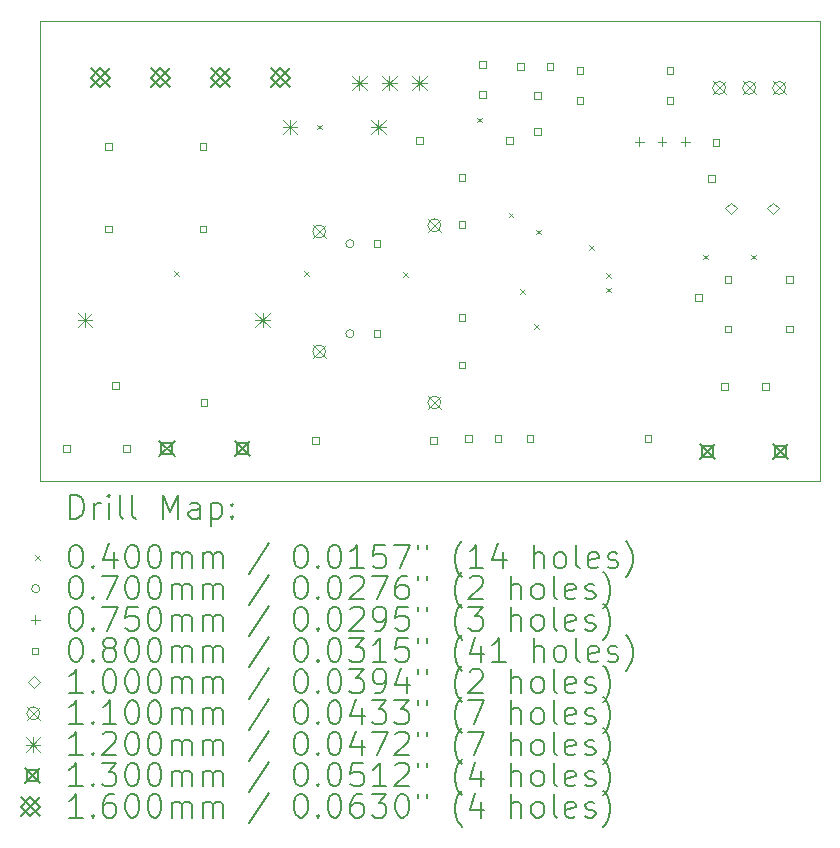
<source format=gbr>
%FSLAX45Y45*%
G04 Gerber Fmt 4.5, Leading zero omitted, Abs format (unit mm)*
G04 Created by KiCad (PCBNEW (6.0.5)) date 2022-05-09 22:53:39*
%MOMM*%
%LPD*%
G01*
G04 APERTURE LIST*
%TA.AperFunction,Profile*%
%ADD10C,0.100000*%
%TD*%
%ADD11C,0.200000*%
%ADD12C,0.040000*%
%ADD13C,0.070000*%
%ADD14C,0.075000*%
%ADD15C,0.080000*%
%ADD16C,0.100000*%
%ADD17C,0.110000*%
%ADD18C,0.120000*%
%ADD19C,0.130000*%
%ADD20C,0.160000*%
G04 APERTURE END LIST*
D10*
X11950000Y-8100000D02*
X18550000Y-8100000D01*
X18550000Y-8100000D02*
X18550000Y-12000000D01*
X18550000Y-12000000D02*
X11950000Y-12000000D01*
X11950000Y-12000000D02*
X11950000Y-8100000D01*
D11*
D12*
X13080000Y-10220000D02*
X13120000Y-10260000D01*
X13120000Y-10220000D02*
X13080000Y-10260000D01*
X14185000Y-10220000D02*
X14225000Y-10260000D01*
X14225000Y-10220000D02*
X14185000Y-10260000D01*
X14290000Y-8980000D02*
X14330000Y-9020000D01*
X14330000Y-8980000D02*
X14290000Y-9020000D01*
X15020000Y-10230000D02*
X15060000Y-10270000D01*
X15060000Y-10230000D02*
X15020000Y-10270000D01*
X15650000Y-8920000D02*
X15690000Y-8960000D01*
X15690000Y-8920000D02*
X15650000Y-8960000D01*
X15915000Y-9725000D02*
X15955000Y-9765000D01*
X15955000Y-9725000D02*
X15915000Y-9765000D01*
X16010000Y-10370000D02*
X16050000Y-10410000D01*
X16050000Y-10370000D02*
X16010000Y-10410000D01*
X16130000Y-10670000D02*
X16170000Y-10710000D01*
X16170000Y-10670000D02*
X16130000Y-10710000D01*
X16145000Y-9870000D02*
X16185000Y-9910000D01*
X16185000Y-9870000D02*
X16145000Y-9910000D01*
X16595000Y-10000000D02*
X16635000Y-10040000D01*
X16635000Y-10000000D02*
X16595000Y-10040000D01*
X16740000Y-10240000D02*
X16780000Y-10280000D01*
X16780000Y-10240000D02*
X16740000Y-10280000D01*
X16740001Y-10360000D02*
X16780001Y-10400000D01*
X16780001Y-10360000D02*
X16740001Y-10400000D01*
X17560000Y-10080000D02*
X17600000Y-10120000D01*
X17600000Y-10080000D02*
X17560000Y-10120000D01*
X17970000Y-10080000D02*
X18010000Y-10120000D01*
X18010000Y-10080000D02*
X17970000Y-10120000D01*
D13*
X14605000Y-9988000D02*
G75*
G03*
X14605000Y-9988000I-35000J0D01*
G01*
X14605000Y-10750000D02*
G75*
G03*
X14605000Y-10750000I-35000J0D01*
G01*
D14*
X17020000Y-9087500D02*
X17020000Y-9162500D01*
X16982500Y-9125000D02*
X17057500Y-9125000D01*
X17213000Y-9087500D02*
X17213000Y-9162500D01*
X17175500Y-9125000D02*
X17250500Y-9125000D01*
X17410000Y-9087500D02*
X17410000Y-9162500D01*
X17372500Y-9125000D02*
X17447500Y-9125000D01*
D15*
X12200284Y-11748284D02*
X12200284Y-11691715D01*
X12143715Y-11691715D01*
X12143715Y-11748284D01*
X12200284Y-11748284D01*
X12553284Y-9193285D02*
X12553284Y-9136716D01*
X12496715Y-9136716D01*
X12496715Y-9193285D01*
X12553284Y-9193285D01*
X12553284Y-9893285D02*
X12553284Y-9836716D01*
X12496715Y-9836716D01*
X12496715Y-9893285D01*
X12553284Y-9893285D01*
X12613284Y-11218284D02*
X12613284Y-11161716D01*
X12556715Y-11161716D01*
X12556715Y-11218284D01*
X12613284Y-11218284D01*
X12708284Y-11748284D02*
X12708284Y-11691715D01*
X12651715Y-11691715D01*
X12651715Y-11748284D01*
X12708284Y-11748284D01*
X13353284Y-9193285D02*
X13353284Y-9136716D01*
X13296715Y-9136716D01*
X13296715Y-9193285D01*
X13353284Y-9193285D01*
X13353284Y-9893285D02*
X13353284Y-9836716D01*
X13296715Y-9836716D01*
X13296715Y-9893285D01*
X13353284Y-9893285D01*
X13363284Y-11358284D02*
X13363284Y-11301715D01*
X13306715Y-11301715D01*
X13306715Y-11358284D01*
X13363284Y-11358284D01*
X14308284Y-11683284D02*
X14308284Y-11626715D01*
X14251715Y-11626715D01*
X14251715Y-11683284D01*
X14308284Y-11683284D01*
X14828284Y-10017285D02*
X14828284Y-9960716D01*
X14771715Y-9960716D01*
X14771715Y-10017285D01*
X14828284Y-10017285D01*
X14828284Y-10779285D02*
X14828284Y-10722716D01*
X14771715Y-10722716D01*
X14771715Y-10779285D01*
X14828284Y-10779285D01*
X15187284Y-9143285D02*
X15187284Y-9086716D01*
X15130715Y-9086716D01*
X15130715Y-9143285D01*
X15187284Y-9143285D01*
X15308284Y-11683284D02*
X15308284Y-11626715D01*
X15251715Y-11626715D01*
X15251715Y-11683284D01*
X15308284Y-11683284D01*
X15548284Y-9453285D02*
X15548284Y-9396716D01*
X15491715Y-9396716D01*
X15491715Y-9453285D01*
X15548284Y-9453285D01*
X15548284Y-9853285D02*
X15548284Y-9796716D01*
X15491715Y-9796716D01*
X15491715Y-9853285D01*
X15548284Y-9853285D01*
X15548284Y-10643285D02*
X15548284Y-10586716D01*
X15491715Y-10586716D01*
X15491715Y-10643285D01*
X15548284Y-10643285D01*
X15548284Y-11043285D02*
X15548284Y-10986716D01*
X15491715Y-10986716D01*
X15491715Y-11043285D01*
X15548284Y-11043285D01*
X15602773Y-11663284D02*
X15602773Y-11606715D01*
X15546204Y-11606715D01*
X15546204Y-11663284D01*
X15602773Y-11663284D01*
X15723284Y-8501285D02*
X15723284Y-8444716D01*
X15666715Y-8444716D01*
X15666715Y-8501285D01*
X15723284Y-8501285D01*
X15723284Y-8755285D02*
X15723284Y-8698716D01*
X15666715Y-8698716D01*
X15666715Y-8755285D01*
X15723284Y-8755285D01*
X15852773Y-11663284D02*
X15852773Y-11606715D01*
X15796204Y-11606715D01*
X15796204Y-11663284D01*
X15852773Y-11663284D01*
X15949284Y-9143285D02*
X15949284Y-9086716D01*
X15892715Y-9086716D01*
X15892715Y-9143285D01*
X15949284Y-9143285D01*
X16043284Y-8518285D02*
X16043284Y-8461716D01*
X15986715Y-8461716D01*
X15986715Y-8518285D01*
X16043284Y-8518285D01*
X16123284Y-11663284D02*
X16123284Y-11606715D01*
X16066715Y-11606715D01*
X16066715Y-11663284D01*
X16123284Y-11663284D01*
X16188284Y-8763796D02*
X16188284Y-8707227D01*
X16131715Y-8707227D01*
X16131715Y-8763796D01*
X16188284Y-8763796D01*
X16188284Y-9063796D02*
X16188284Y-9007227D01*
X16131715Y-9007227D01*
X16131715Y-9063796D01*
X16188284Y-9063796D01*
X16293284Y-8518285D02*
X16293284Y-8461716D01*
X16236715Y-8461716D01*
X16236715Y-8518285D01*
X16293284Y-8518285D01*
X16546284Y-8551785D02*
X16546284Y-8495216D01*
X16489715Y-8495216D01*
X16489715Y-8551785D01*
X16546284Y-8551785D01*
X16546284Y-8805785D02*
X16546284Y-8749216D01*
X16489715Y-8749216D01*
X16489715Y-8805785D01*
X16546284Y-8805785D01*
X17123285Y-11663284D02*
X17123285Y-11606715D01*
X17066716Y-11606715D01*
X17066716Y-11663284D01*
X17123285Y-11663284D01*
X17308285Y-8551785D02*
X17308285Y-8495216D01*
X17251716Y-8495216D01*
X17251716Y-8551785D01*
X17308285Y-8551785D01*
X17308285Y-8805785D02*
X17308285Y-8749216D01*
X17251716Y-8749216D01*
X17251716Y-8805785D01*
X17308285Y-8805785D01*
X17548285Y-10473285D02*
X17548285Y-10416716D01*
X17491716Y-10416716D01*
X17491716Y-10473285D01*
X17548285Y-10473285D01*
X17658285Y-9463285D02*
X17658285Y-9406716D01*
X17601716Y-9406716D01*
X17601716Y-9463285D01*
X17658285Y-9463285D01*
X17698285Y-9158285D02*
X17698285Y-9101716D01*
X17641716Y-9101716D01*
X17641716Y-9158285D01*
X17698285Y-9158285D01*
X17768285Y-11223284D02*
X17768285Y-11166716D01*
X17711716Y-11166716D01*
X17711716Y-11223284D01*
X17768285Y-11223284D01*
X17798785Y-10318285D02*
X17798785Y-10261716D01*
X17742216Y-10261716D01*
X17742216Y-10318285D01*
X17798785Y-10318285D01*
X17798785Y-10738285D02*
X17798785Y-10681716D01*
X17742216Y-10681716D01*
X17742216Y-10738285D01*
X17798785Y-10738285D01*
X18118285Y-11223284D02*
X18118285Y-11166716D01*
X18061716Y-11166716D01*
X18061716Y-11223284D01*
X18118285Y-11223284D01*
X18318785Y-10318285D02*
X18318785Y-10261716D01*
X18262216Y-10261716D01*
X18262216Y-10318285D01*
X18318785Y-10318285D01*
X18318785Y-10738285D02*
X18318785Y-10681716D01*
X18262216Y-10681716D01*
X18262216Y-10738285D01*
X18318785Y-10738285D01*
D16*
X17800000Y-9740000D02*
X17850000Y-9690000D01*
X17800000Y-9640000D01*
X17750000Y-9690000D01*
X17800000Y-9740000D01*
X18150000Y-9740000D02*
X18200000Y-9690000D01*
X18150000Y-9640000D01*
X18100000Y-9690000D01*
X18150000Y-9740000D01*
D17*
X14255000Y-9830000D02*
X14365000Y-9940000D01*
X14365000Y-9830000D02*
X14255000Y-9940000D01*
X14365000Y-9885000D02*
G75*
G03*
X14365000Y-9885000I-55000J0D01*
G01*
X14255000Y-10846000D02*
X14365000Y-10956000D01*
X14365000Y-10846000D02*
X14255000Y-10956000D01*
X14365000Y-10901000D02*
G75*
G03*
X14365000Y-10901000I-55000J0D01*
G01*
X15230000Y-9777500D02*
X15340000Y-9887500D01*
X15340000Y-9777500D02*
X15230000Y-9887500D01*
X15340000Y-9832500D02*
G75*
G03*
X15340000Y-9832500I-55000J0D01*
G01*
X15230000Y-11277500D02*
X15340000Y-11387500D01*
X15340000Y-11277500D02*
X15230000Y-11387500D01*
X15340000Y-11332500D02*
G75*
G03*
X15340000Y-11332500I-55000J0D01*
G01*
X17641000Y-8614500D02*
X17751000Y-8724500D01*
X17751000Y-8614500D02*
X17641000Y-8724500D01*
X17751000Y-8669500D02*
G75*
G03*
X17751000Y-8669500I-55000J0D01*
G01*
X17895000Y-8614500D02*
X18005000Y-8724500D01*
X18005000Y-8614500D02*
X17895000Y-8724500D01*
X18005000Y-8669500D02*
G75*
G03*
X18005000Y-8669500I-55000J0D01*
G01*
X18149000Y-8614500D02*
X18259000Y-8724500D01*
X18259000Y-8614500D02*
X18149000Y-8724500D01*
X18259000Y-8669500D02*
G75*
G03*
X18259000Y-8669500I-55000J0D01*
G01*
D18*
X12270000Y-10575000D02*
X12390000Y-10695000D01*
X12390000Y-10575000D02*
X12270000Y-10695000D01*
X12330000Y-10575000D02*
X12330000Y-10695000D01*
X12270000Y-10635000D02*
X12390000Y-10635000D01*
X13770000Y-10575000D02*
X13890000Y-10695000D01*
X13890000Y-10575000D02*
X13770000Y-10695000D01*
X13830000Y-10575000D02*
X13830000Y-10695000D01*
X13770000Y-10635000D02*
X13890000Y-10635000D01*
X14001522Y-8940000D02*
X14121522Y-9060000D01*
X14121522Y-8940000D02*
X14001522Y-9060000D01*
X14061522Y-8940000D02*
X14061522Y-9060000D01*
X14001522Y-9000000D02*
X14121522Y-9000000D01*
X14591000Y-8569500D02*
X14711000Y-8689500D01*
X14711000Y-8569500D02*
X14591000Y-8689500D01*
X14651000Y-8569500D02*
X14651000Y-8689500D01*
X14591000Y-8629500D02*
X14711000Y-8629500D01*
X14751522Y-8940000D02*
X14871522Y-9060000D01*
X14871522Y-8940000D02*
X14751522Y-9060000D01*
X14811522Y-8940000D02*
X14811522Y-9060000D01*
X14751522Y-9000000D02*
X14871522Y-9000000D01*
X14845000Y-8569500D02*
X14965000Y-8689500D01*
X14965000Y-8569500D02*
X14845000Y-8689500D01*
X14905000Y-8569500D02*
X14905000Y-8689500D01*
X14845000Y-8629500D02*
X14965000Y-8629500D01*
X15099000Y-8569500D02*
X15219000Y-8689500D01*
X15219000Y-8569500D02*
X15099000Y-8689500D01*
X15159000Y-8569500D02*
X15159000Y-8689500D01*
X15099000Y-8629500D02*
X15219000Y-8629500D01*
D19*
X12955000Y-11655000D02*
X13085000Y-11785000D01*
X13085000Y-11655000D02*
X12955000Y-11785000D01*
X13065962Y-11765962D02*
X13065962Y-11674038D01*
X12974038Y-11674038D01*
X12974038Y-11765962D01*
X13065962Y-11765962D01*
X13595000Y-11655000D02*
X13725000Y-11785000D01*
X13725000Y-11655000D02*
X13595000Y-11785000D01*
X13705962Y-11765962D02*
X13705962Y-11674038D01*
X13614038Y-11674038D01*
X13614038Y-11765962D01*
X13705962Y-11765962D01*
X17530000Y-11685000D02*
X17660000Y-11815000D01*
X17660000Y-11685000D02*
X17530000Y-11815000D01*
X17640962Y-11795962D02*
X17640962Y-11704038D01*
X17549038Y-11704038D01*
X17549038Y-11795962D01*
X17640962Y-11795962D01*
X18150000Y-11685000D02*
X18280000Y-11815000D01*
X18280000Y-11685000D02*
X18150000Y-11815000D01*
X18260962Y-11795962D02*
X18260962Y-11704038D01*
X18169038Y-11704038D01*
X18169038Y-11795962D01*
X18260962Y-11795962D01*
D20*
X12377500Y-8502500D02*
X12537500Y-8662500D01*
X12537500Y-8502500D02*
X12377500Y-8662500D01*
X12457500Y-8662500D02*
X12537500Y-8582500D01*
X12457500Y-8502500D01*
X12377500Y-8582500D01*
X12457500Y-8662500D01*
X12885500Y-8502500D02*
X13045500Y-8662500D01*
X13045500Y-8502500D02*
X12885500Y-8662500D01*
X12965500Y-8662500D02*
X13045500Y-8582500D01*
X12965500Y-8502500D01*
X12885500Y-8582500D01*
X12965500Y-8662500D01*
X13393500Y-8502500D02*
X13553500Y-8662500D01*
X13553500Y-8502500D02*
X13393500Y-8662500D01*
X13473500Y-8662500D02*
X13553500Y-8582500D01*
X13473500Y-8502500D01*
X13393500Y-8582500D01*
X13473500Y-8662500D01*
X13901500Y-8502500D02*
X14061500Y-8662500D01*
X14061500Y-8502500D02*
X13901500Y-8662500D01*
X13981500Y-8662500D02*
X14061500Y-8582500D01*
X13981500Y-8502500D01*
X13901500Y-8582500D01*
X13981500Y-8662500D01*
D11*
X12202619Y-12315476D02*
X12202619Y-12115476D01*
X12250238Y-12115476D01*
X12278809Y-12125000D01*
X12297857Y-12144048D01*
X12307381Y-12163095D01*
X12316905Y-12201190D01*
X12316905Y-12229762D01*
X12307381Y-12267857D01*
X12297857Y-12286905D01*
X12278809Y-12305952D01*
X12250238Y-12315476D01*
X12202619Y-12315476D01*
X12402619Y-12315476D02*
X12402619Y-12182143D01*
X12402619Y-12220238D02*
X12412143Y-12201190D01*
X12421667Y-12191667D01*
X12440714Y-12182143D01*
X12459762Y-12182143D01*
X12526428Y-12315476D02*
X12526428Y-12182143D01*
X12526428Y-12115476D02*
X12516905Y-12125000D01*
X12526428Y-12134524D01*
X12535952Y-12125000D01*
X12526428Y-12115476D01*
X12526428Y-12134524D01*
X12650238Y-12315476D02*
X12631190Y-12305952D01*
X12621667Y-12286905D01*
X12621667Y-12115476D01*
X12755000Y-12315476D02*
X12735952Y-12305952D01*
X12726428Y-12286905D01*
X12726428Y-12115476D01*
X12983571Y-12315476D02*
X12983571Y-12115476D01*
X13050238Y-12258333D01*
X13116905Y-12115476D01*
X13116905Y-12315476D01*
X13297857Y-12315476D02*
X13297857Y-12210714D01*
X13288333Y-12191667D01*
X13269286Y-12182143D01*
X13231190Y-12182143D01*
X13212143Y-12191667D01*
X13297857Y-12305952D02*
X13278809Y-12315476D01*
X13231190Y-12315476D01*
X13212143Y-12305952D01*
X13202619Y-12286905D01*
X13202619Y-12267857D01*
X13212143Y-12248809D01*
X13231190Y-12239286D01*
X13278809Y-12239286D01*
X13297857Y-12229762D01*
X13393095Y-12182143D02*
X13393095Y-12382143D01*
X13393095Y-12191667D02*
X13412143Y-12182143D01*
X13450238Y-12182143D01*
X13469286Y-12191667D01*
X13478809Y-12201190D01*
X13488333Y-12220238D01*
X13488333Y-12277381D01*
X13478809Y-12296428D01*
X13469286Y-12305952D01*
X13450238Y-12315476D01*
X13412143Y-12315476D01*
X13393095Y-12305952D01*
X13574048Y-12296428D02*
X13583571Y-12305952D01*
X13574048Y-12315476D01*
X13564524Y-12305952D01*
X13574048Y-12296428D01*
X13574048Y-12315476D01*
X13574048Y-12191667D02*
X13583571Y-12201190D01*
X13574048Y-12210714D01*
X13564524Y-12201190D01*
X13574048Y-12191667D01*
X13574048Y-12210714D01*
D12*
X11905000Y-12625000D02*
X11945000Y-12665000D01*
X11945000Y-12625000D02*
X11905000Y-12665000D01*
D11*
X12240714Y-12535476D02*
X12259762Y-12535476D01*
X12278809Y-12545000D01*
X12288333Y-12554524D01*
X12297857Y-12573571D01*
X12307381Y-12611667D01*
X12307381Y-12659286D01*
X12297857Y-12697381D01*
X12288333Y-12716428D01*
X12278809Y-12725952D01*
X12259762Y-12735476D01*
X12240714Y-12735476D01*
X12221667Y-12725952D01*
X12212143Y-12716428D01*
X12202619Y-12697381D01*
X12193095Y-12659286D01*
X12193095Y-12611667D01*
X12202619Y-12573571D01*
X12212143Y-12554524D01*
X12221667Y-12545000D01*
X12240714Y-12535476D01*
X12393095Y-12716428D02*
X12402619Y-12725952D01*
X12393095Y-12735476D01*
X12383571Y-12725952D01*
X12393095Y-12716428D01*
X12393095Y-12735476D01*
X12574048Y-12602143D02*
X12574048Y-12735476D01*
X12526428Y-12525952D02*
X12478809Y-12668809D01*
X12602619Y-12668809D01*
X12716905Y-12535476D02*
X12735952Y-12535476D01*
X12755000Y-12545000D01*
X12764524Y-12554524D01*
X12774048Y-12573571D01*
X12783571Y-12611667D01*
X12783571Y-12659286D01*
X12774048Y-12697381D01*
X12764524Y-12716428D01*
X12755000Y-12725952D01*
X12735952Y-12735476D01*
X12716905Y-12735476D01*
X12697857Y-12725952D01*
X12688333Y-12716428D01*
X12678809Y-12697381D01*
X12669286Y-12659286D01*
X12669286Y-12611667D01*
X12678809Y-12573571D01*
X12688333Y-12554524D01*
X12697857Y-12545000D01*
X12716905Y-12535476D01*
X12907381Y-12535476D02*
X12926428Y-12535476D01*
X12945476Y-12545000D01*
X12955000Y-12554524D01*
X12964524Y-12573571D01*
X12974048Y-12611667D01*
X12974048Y-12659286D01*
X12964524Y-12697381D01*
X12955000Y-12716428D01*
X12945476Y-12725952D01*
X12926428Y-12735476D01*
X12907381Y-12735476D01*
X12888333Y-12725952D01*
X12878809Y-12716428D01*
X12869286Y-12697381D01*
X12859762Y-12659286D01*
X12859762Y-12611667D01*
X12869286Y-12573571D01*
X12878809Y-12554524D01*
X12888333Y-12545000D01*
X12907381Y-12535476D01*
X13059762Y-12735476D02*
X13059762Y-12602143D01*
X13059762Y-12621190D02*
X13069286Y-12611667D01*
X13088333Y-12602143D01*
X13116905Y-12602143D01*
X13135952Y-12611667D01*
X13145476Y-12630714D01*
X13145476Y-12735476D01*
X13145476Y-12630714D02*
X13155000Y-12611667D01*
X13174048Y-12602143D01*
X13202619Y-12602143D01*
X13221667Y-12611667D01*
X13231190Y-12630714D01*
X13231190Y-12735476D01*
X13326428Y-12735476D02*
X13326428Y-12602143D01*
X13326428Y-12621190D02*
X13335952Y-12611667D01*
X13355000Y-12602143D01*
X13383571Y-12602143D01*
X13402619Y-12611667D01*
X13412143Y-12630714D01*
X13412143Y-12735476D01*
X13412143Y-12630714D02*
X13421667Y-12611667D01*
X13440714Y-12602143D01*
X13469286Y-12602143D01*
X13488333Y-12611667D01*
X13497857Y-12630714D01*
X13497857Y-12735476D01*
X13888333Y-12525952D02*
X13716905Y-12783095D01*
X14145476Y-12535476D02*
X14164524Y-12535476D01*
X14183571Y-12545000D01*
X14193095Y-12554524D01*
X14202619Y-12573571D01*
X14212143Y-12611667D01*
X14212143Y-12659286D01*
X14202619Y-12697381D01*
X14193095Y-12716428D01*
X14183571Y-12725952D01*
X14164524Y-12735476D01*
X14145476Y-12735476D01*
X14126428Y-12725952D01*
X14116905Y-12716428D01*
X14107381Y-12697381D01*
X14097857Y-12659286D01*
X14097857Y-12611667D01*
X14107381Y-12573571D01*
X14116905Y-12554524D01*
X14126428Y-12545000D01*
X14145476Y-12535476D01*
X14297857Y-12716428D02*
X14307381Y-12725952D01*
X14297857Y-12735476D01*
X14288333Y-12725952D01*
X14297857Y-12716428D01*
X14297857Y-12735476D01*
X14431190Y-12535476D02*
X14450238Y-12535476D01*
X14469286Y-12545000D01*
X14478809Y-12554524D01*
X14488333Y-12573571D01*
X14497857Y-12611667D01*
X14497857Y-12659286D01*
X14488333Y-12697381D01*
X14478809Y-12716428D01*
X14469286Y-12725952D01*
X14450238Y-12735476D01*
X14431190Y-12735476D01*
X14412143Y-12725952D01*
X14402619Y-12716428D01*
X14393095Y-12697381D01*
X14383571Y-12659286D01*
X14383571Y-12611667D01*
X14393095Y-12573571D01*
X14402619Y-12554524D01*
X14412143Y-12545000D01*
X14431190Y-12535476D01*
X14688333Y-12735476D02*
X14574048Y-12735476D01*
X14631190Y-12735476D02*
X14631190Y-12535476D01*
X14612143Y-12564048D01*
X14593095Y-12583095D01*
X14574048Y-12592619D01*
X14869286Y-12535476D02*
X14774048Y-12535476D01*
X14764524Y-12630714D01*
X14774048Y-12621190D01*
X14793095Y-12611667D01*
X14840714Y-12611667D01*
X14859762Y-12621190D01*
X14869286Y-12630714D01*
X14878809Y-12649762D01*
X14878809Y-12697381D01*
X14869286Y-12716428D01*
X14859762Y-12725952D01*
X14840714Y-12735476D01*
X14793095Y-12735476D01*
X14774048Y-12725952D01*
X14764524Y-12716428D01*
X14945476Y-12535476D02*
X15078809Y-12535476D01*
X14993095Y-12735476D01*
X15145476Y-12535476D02*
X15145476Y-12573571D01*
X15221667Y-12535476D02*
X15221667Y-12573571D01*
X15516905Y-12811667D02*
X15507381Y-12802143D01*
X15488333Y-12773571D01*
X15478809Y-12754524D01*
X15469286Y-12725952D01*
X15459762Y-12678333D01*
X15459762Y-12640238D01*
X15469286Y-12592619D01*
X15478809Y-12564048D01*
X15488333Y-12545000D01*
X15507381Y-12516428D01*
X15516905Y-12506905D01*
X15697857Y-12735476D02*
X15583571Y-12735476D01*
X15640714Y-12735476D02*
X15640714Y-12535476D01*
X15621667Y-12564048D01*
X15602619Y-12583095D01*
X15583571Y-12592619D01*
X15869286Y-12602143D02*
X15869286Y-12735476D01*
X15821667Y-12525952D02*
X15774048Y-12668809D01*
X15897857Y-12668809D01*
X16126428Y-12735476D02*
X16126428Y-12535476D01*
X16212143Y-12735476D02*
X16212143Y-12630714D01*
X16202619Y-12611667D01*
X16183571Y-12602143D01*
X16155000Y-12602143D01*
X16135952Y-12611667D01*
X16126428Y-12621190D01*
X16335952Y-12735476D02*
X16316905Y-12725952D01*
X16307381Y-12716428D01*
X16297857Y-12697381D01*
X16297857Y-12640238D01*
X16307381Y-12621190D01*
X16316905Y-12611667D01*
X16335952Y-12602143D01*
X16364524Y-12602143D01*
X16383571Y-12611667D01*
X16393095Y-12621190D01*
X16402619Y-12640238D01*
X16402619Y-12697381D01*
X16393095Y-12716428D01*
X16383571Y-12725952D01*
X16364524Y-12735476D01*
X16335952Y-12735476D01*
X16516905Y-12735476D02*
X16497857Y-12725952D01*
X16488333Y-12706905D01*
X16488333Y-12535476D01*
X16669286Y-12725952D02*
X16650238Y-12735476D01*
X16612143Y-12735476D01*
X16593095Y-12725952D01*
X16583571Y-12706905D01*
X16583571Y-12630714D01*
X16593095Y-12611667D01*
X16612143Y-12602143D01*
X16650238Y-12602143D01*
X16669286Y-12611667D01*
X16678809Y-12630714D01*
X16678809Y-12649762D01*
X16583571Y-12668809D01*
X16755000Y-12725952D02*
X16774048Y-12735476D01*
X16812143Y-12735476D01*
X16831190Y-12725952D01*
X16840714Y-12706905D01*
X16840714Y-12697381D01*
X16831190Y-12678333D01*
X16812143Y-12668809D01*
X16783571Y-12668809D01*
X16764524Y-12659286D01*
X16755000Y-12640238D01*
X16755000Y-12630714D01*
X16764524Y-12611667D01*
X16783571Y-12602143D01*
X16812143Y-12602143D01*
X16831190Y-12611667D01*
X16907381Y-12811667D02*
X16916905Y-12802143D01*
X16935952Y-12773571D01*
X16945476Y-12754524D01*
X16955000Y-12725952D01*
X16964524Y-12678333D01*
X16964524Y-12640238D01*
X16955000Y-12592619D01*
X16945476Y-12564048D01*
X16935952Y-12545000D01*
X16916905Y-12516428D01*
X16907381Y-12506905D01*
D13*
X11945000Y-12909000D02*
G75*
G03*
X11945000Y-12909000I-35000J0D01*
G01*
D11*
X12240714Y-12799476D02*
X12259762Y-12799476D01*
X12278809Y-12809000D01*
X12288333Y-12818524D01*
X12297857Y-12837571D01*
X12307381Y-12875667D01*
X12307381Y-12923286D01*
X12297857Y-12961381D01*
X12288333Y-12980428D01*
X12278809Y-12989952D01*
X12259762Y-12999476D01*
X12240714Y-12999476D01*
X12221667Y-12989952D01*
X12212143Y-12980428D01*
X12202619Y-12961381D01*
X12193095Y-12923286D01*
X12193095Y-12875667D01*
X12202619Y-12837571D01*
X12212143Y-12818524D01*
X12221667Y-12809000D01*
X12240714Y-12799476D01*
X12393095Y-12980428D02*
X12402619Y-12989952D01*
X12393095Y-12999476D01*
X12383571Y-12989952D01*
X12393095Y-12980428D01*
X12393095Y-12999476D01*
X12469286Y-12799476D02*
X12602619Y-12799476D01*
X12516905Y-12999476D01*
X12716905Y-12799476D02*
X12735952Y-12799476D01*
X12755000Y-12809000D01*
X12764524Y-12818524D01*
X12774048Y-12837571D01*
X12783571Y-12875667D01*
X12783571Y-12923286D01*
X12774048Y-12961381D01*
X12764524Y-12980428D01*
X12755000Y-12989952D01*
X12735952Y-12999476D01*
X12716905Y-12999476D01*
X12697857Y-12989952D01*
X12688333Y-12980428D01*
X12678809Y-12961381D01*
X12669286Y-12923286D01*
X12669286Y-12875667D01*
X12678809Y-12837571D01*
X12688333Y-12818524D01*
X12697857Y-12809000D01*
X12716905Y-12799476D01*
X12907381Y-12799476D02*
X12926428Y-12799476D01*
X12945476Y-12809000D01*
X12955000Y-12818524D01*
X12964524Y-12837571D01*
X12974048Y-12875667D01*
X12974048Y-12923286D01*
X12964524Y-12961381D01*
X12955000Y-12980428D01*
X12945476Y-12989952D01*
X12926428Y-12999476D01*
X12907381Y-12999476D01*
X12888333Y-12989952D01*
X12878809Y-12980428D01*
X12869286Y-12961381D01*
X12859762Y-12923286D01*
X12859762Y-12875667D01*
X12869286Y-12837571D01*
X12878809Y-12818524D01*
X12888333Y-12809000D01*
X12907381Y-12799476D01*
X13059762Y-12999476D02*
X13059762Y-12866143D01*
X13059762Y-12885190D02*
X13069286Y-12875667D01*
X13088333Y-12866143D01*
X13116905Y-12866143D01*
X13135952Y-12875667D01*
X13145476Y-12894714D01*
X13145476Y-12999476D01*
X13145476Y-12894714D02*
X13155000Y-12875667D01*
X13174048Y-12866143D01*
X13202619Y-12866143D01*
X13221667Y-12875667D01*
X13231190Y-12894714D01*
X13231190Y-12999476D01*
X13326428Y-12999476D02*
X13326428Y-12866143D01*
X13326428Y-12885190D02*
X13335952Y-12875667D01*
X13355000Y-12866143D01*
X13383571Y-12866143D01*
X13402619Y-12875667D01*
X13412143Y-12894714D01*
X13412143Y-12999476D01*
X13412143Y-12894714D02*
X13421667Y-12875667D01*
X13440714Y-12866143D01*
X13469286Y-12866143D01*
X13488333Y-12875667D01*
X13497857Y-12894714D01*
X13497857Y-12999476D01*
X13888333Y-12789952D02*
X13716905Y-13047095D01*
X14145476Y-12799476D02*
X14164524Y-12799476D01*
X14183571Y-12809000D01*
X14193095Y-12818524D01*
X14202619Y-12837571D01*
X14212143Y-12875667D01*
X14212143Y-12923286D01*
X14202619Y-12961381D01*
X14193095Y-12980428D01*
X14183571Y-12989952D01*
X14164524Y-12999476D01*
X14145476Y-12999476D01*
X14126428Y-12989952D01*
X14116905Y-12980428D01*
X14107381Y-12961381D01*
X14097857Y-12923286D01*
X14097857Y-12875667D01*
X14107381Y-12837571D01*
X14116905Y-12818524D01*
X14126428Y-12809000D01*
X14145476Y-12799476D01*
X14297857Y-12980428D02*
X14307381Y-12989952D01*
X14297857Y-12999476D01*
X14288333Y-12989952D01*
X14297857Y-12980428D01*
X14297857Y-12999476D01*
X14431190Y-12799476D02*
X14450238Y-12799476D01*
X14469286Y-12809000D01*
X14478809Y-12818524D01*
X14488333Y-12837571D01*
X14497857Y-12875667D01*
X14497857Y-12923286D01*
X14488333Y-12961381D01*
X14478809Y-12980428D01*
X14469286Y-12989952D01*
X14450238Y-12999476D01*
X14431190Y-12999476D01*
X14412143Y-12989952D01*
X14402619Y-12980428D01*
X14393095Y-12961381D01*
X14383571Y-12923286D01*
X14383571Y-12875667D01*
X14393095Y-12837571D01*
X14402619Y-12818524D01*
X14412143Y-12809000D01*
X14431190Y-12799476D01*
X14574048Y-12818524D02*
X14583571Y-12809000D01*
X14602619Y-12799476D01*
X14650238Y-12799476D01*
X14669286Y-12809000D01*
X14678809Y-12818524D01*
X14688333Y-12837571D01*
X14688333Y-12856619D01*
X14678809Y-12885190D01*
X14564524Y-12999476D01*
X14688333Y-12999476D01*
X14755000Y-12799476D02*
X14888333Y-12799476D01*
X14802619Y-12999476D01*
X15050238Y-12799476D02*
X15012143Y-12799476D01*
X14993095Y-12809000D01*
X14983571Y-12818524D01*
X14964524Y-12847095D01*
X14955000Y-12885190D01*
X14955000Y-12961381D01*
X14964524Y-12980428D01*
X14974048Y-12989952D01*
X14993095Y-12999476D01*
X15031190Y-12999476D01*
X15050238Y-12989952D01*
X15059762Y-12980428D01*
X15069286Y-12961381D01*
X15069286Y-12913762D01*
X15059762Y-12894714D01*
X15050238Y-12885190D01*
X15031190Y-12875667D01*
X14993095Y-12875667D01*
X14974048Y-12885190D01*
X14964524Y-12894714D01*
X14955000Y-12913762D01*
X15145476Y-12799476D02*
X15145476Y-12837571D01*
X15221667Y-12799476D02*
X15221667Y-12837571D01*
X15516905Y-13075667D02*
X15507381Y-13066143D01*
X15488333Y-13037571D01*
X15478809Y-13018524D01*
X15469286Y-12989952D01*
X15459762Y-12942333D01*
X15459762Y-12904238D01*
X15469286Y-12856619D01*
X15478809Y-12828048D01*
X15488333Y-12809000D01*
X15507381Y-12780428D01*
X15516905Y-12770905D01*
X15583571Y-12818524D02*
X15593095Y-12809000D01*
X15612143Y-12799476D01*
X15659762Y-12799476D01*
X15678809Y-12809000D01*
X15688333Y-12818524D01*
X15697857Y-12837571D01*
X15697857Y-12856619D01*
X15688333Y-12885190D01*
X15574048Y-12999476D01*
X15697857Y-12999476D01*
X15935952Y-12999476D02*
X15935952Y-12799476D01*
X16021667Y-12999476D02*
X16021667Y-12894714D01*
X16012143Y-12875667D01*
X15993095Y-12866143D01*
X15964524Y-12866143D01*
X15945476Y-12875667D01*
X15935952Y-12885190D01*
X16145476Y-12999476D02*
X16126428Y-12989952D01*
X16116905Y-12980428D01*
X16107381Y-12961381D01*
X16107381Y-12904238D01*
X16116905Y-12885190D01*
X16126428Y-12875667D01*
X16145476Y-12866143D01*
X16174048Y-12866143D01*
X16193095Y-12875667D01*
X16202619Y-12885190D01*
X16212143Y-12904238D01*
X16212143Y-12961381D01*
X16202619Y-12980428D01*
X16193095Y-12989952D01*
X16174048Y-12999476D01*
X16145476Y-12999476D01*
X16326428Y-12999476D02*
X16307381Y-12989952D01*
X16297857Y-12970905D01*
X16297857Y-12799476D01*
X16478809Y-12989952D02*
X16459762Y-12999476D01*
X16421667Y-12999476D01*
X16402619Y-12989952D01*
X16393095Y-12970905D01*
X16393095Y-12894714D01*
X16402619Y-12875667D01*
X16421667Y-12866143D01*
X16459762Y-12866143D01*
X16478809Y-12875667D01*
X16488333Y-12894714D01*
X16488333Y-12913762D01*
X16393095Y-12932809D01*
X16564524Y-12989952D02*
X16583571Y-12999476D01*
X16621667Y-12999476D01*
X16640714Y-12989952D01*
X16650238Y-12970905D01*
X16650238Y-12961381D01*
X16640714Y-12942333D01*
X16621667Y-12932809D01*
X16593095Y-12932809D01*
X16574048Y-12923286D01*
X16564524Y-12904238D01*
X16564524Y-12894714D01*
X16574048Y-12875667D01*
X16593095Y-12866143D01*
X16621667Y-12866143D01*
X16640714Y-12875667D01*
X16716905Y-13075667D02*
X16726428Y-13066143D01*
X16745476Y-13037571D01*
X16755000Y-13018524D01*
X16764524Y-12989952D01*
X16774048Y-12942333D01*
X16774048Y-12904238D01*
X16764524Y-12856619D01*
X16755000Y-12828048D01*
X16745476Y-12809000D01*
X16726428Y-12780428D01*
X16716905Y-12770905D01*
D14*
X11907500Y-13135500D02*
X11907500Y-13210500D01*
X11870000Y-13173000D02*
X11945000Y-13173000D01*
D11*
X12240714Y-13063476D02*
X12259762Y-13063476D01*
X12278809Y-13073000D01*
X12288333Y-13082524D01*
X12297857Y-13101571D01*
X12307381Y-13139667D01*
X12307381Y-13187286D01*
X12297857Y-13225381D01*
X12288333Y-13244428D01*
X12278809Y-13253952D01*
X12259762Y-13263476D01*
X12240714Y-13263476D01*
X12221667Y-13253952D01*
X12212143Y-13244428D01*
X12202619Y-13225381D01*
X12193095Y-13187286D01*
X12193095Y-13139667D01*
X12202619Y-13101571D01*
X12212143Y-13082524D01*
X12221667Y-13073000D01*
X12240714Y-13063476D01*
X12393095Y-13244428D02*
X12402619Y-13253952D01*
X12393095Y-13263476D01*
X12383571Y-13253952D01*
X12393095Y-13244428D01*
X12393095Y-13263476D01*
X12469286Y-13063476D02*
X12602619Y-13063476D01*
X12516905Y-13263476D01*
X12774048Y-13063476D02*
X12678809Y-13063476D01*
X12669286Y-13158714D01*
X12678809Y-13149190D01*
X12697857Y-13139667D01*
X12745476Y-13139667D01*
X12764524Y-13149190D01*
X12774048Y-13158714D01*
X12783571Y-13177762D01*
X12783571Y-13225381D01*
X12774048Y-13244428D01*
X12764524Y-13253952D01*
X12745476Y-13263476D01*
X12697857Y-13263476D01*
X12678809Y-13253952D01*
X12669286Y-13244428D01*
X12907381Y-13063476D02*
X12926428Y-13063476D01*
X12945476Y-13073000D01*
X12955000Y-13082524D01*
X12964524Y-13101571D01*
X12974048Y-13139667D01*
X12974048Y-13187286D01*
X12964524Y-13225381D01*
X12955000Y-13244428D01*
X12945476Y-13253952D01*
X12926428Y-13263476D01*
X12907381Y-13263476D01*
X12888333Y-13253952D01*
X12878809Y-13244428D01*
X12869286Y-13225381D01*
X12859762Y-13187286D01*
X12859762Y-13139667D01*
X12869286Y-13101571D01*
X12878809Y-13082524D01*
X12888333Y-13073000D01*
X12907381Y-13063476D01*
X13059762Y-13263476D02*
X13059762Y-13130143D01*
X13059762Y-13149190D02*
X13069286Y-13139667D01*
X13088333Y-13130143D01*
X13116905Y-13130143D01*
X13135952Y-13139667D01*
X13145476Y-13158714D01*
X13145476Y-13263476D01*
X13145476Y-13158714D02*
X13155000Y-13139667D01*
X13174048Y-13130143D01*
X13202619Y-13130143D01*
X13221667Y-13139667D01*
X13231190Y-13158714D01*
X13231190Y-13263476D01*
X13326428Y-13263476D02*
X13326428Y-13130143D01*
X13326428Y-13149190D02*
X13335952Y-13139667D01*
X13355000Y-13130143D01*
X13383571Y-13130143D01*
X13402619Y-13139667D01*
X13412143Y-13158714D01*
X13412143Y-13263476D01*
X13412143Y-13158714D02*
X13421667Y-13139667D01*
X13440714Y-13130143D01*
X13469286Y-13130143D01*
X13488333Y-13139667D01*
X13497857Y-13158714D01*
X13497857Y-13263476D01*
X13888333Y-13053952D02*
X13716905Y-13311095D01*
X14145476Y-13063476D02*
X14164524Y-13063476D01*
X14183571Y-13073000D01*
X14193095Y-13082524D01*
X14202619Y-13101571D01*
X14212143Y-13139667D01*
X14212143Y-13187286D01*
X14202619Y-13225381D01*
X14193095Y-13244428D01*
X14183571Y-13253952D01*
X14164524Y-13263476D01*
X14145476Y-13263476D01*
X14126428Y-13253952D01*
X14116905Y-13244428D01*
X14107381Y-13225381D01*
X14097857Y-13187286D01*
X14097857Y-13139667D01*
X14107381Y-13101571D01*
X14116905Y-13082524D01*
X14126428Y-13073000D01*
X14145476Y-13063476D01*
X14297857Y-13244428D02*
X14307381Y-13253952D01*
X14297857Y-13263476D01*
X14288333Y-13253952D01*
X14297857Y-13244428D01*
X14297857Y-13263476D01*
X14431190Y-13063476D02*
X14450238Y-13063476D01*
X14469286Y-13073000D01*
X14478809Y-13082524D01*
X14488333Y-13101571D01*
X14497857Y-13139667D01*
X14497857Y-13187286D01*
X14488333Y-13225381D01*
X14478809Y-13244428D01*
X14469286Y-13253952D01*
X14450238Y-13263476D01*
X14431190Y-13263476D01*
X14412143Y-13253952D01*
X14402619Y-13244428D01*
X14393095Y-13225381D01*
X14383571Y-13187286D01*
X14383571Y-13139667D01*
X14393095Y-13101571D01*
X14402619Y-13082524D01*
X14412143Y-13073000D01*
X14431190Y-13063476D01*
X14574048Y-13082524D02*
X14583571Y-13073000D01*
X14602619Y-13063476D01*
X14650238Y-13063476D01*
X14669286Y-13073000D01*
X14678809Y-13082524D01*
X14688333Y-13101571D01*
X14688333Y-13120619D01*
X14678809Y-13149190D01*
X14564524Y-13263476D01*
X14688333Y-13263476D01*
X14783571Y-13263476D02*
X14821667Y-13263476D01*
X14840714Y-13253952D01*
X14850238Y-13244428D01*
X14869286Y-13215857D01*
X14878809Y-13177762D01*
X14878809Y-13101571D01*
X14869286Y-13082524D01*
X14859762Y-13073000D01*
X14840714Y-13063476D01*
X14802619Y-13063476D01*
X14783571Y-13073000D01*
X14774048Y-13082524D01*
X14764524Y-13101571D01*
X14764524Y-13149190D01*
X14774048Y-13168238D01*
X14783571Y-13177762D01*
X14802619Y-13187286D01*
X14840714Y-13187286D01*
X14859762Y-13177762D01*
X14869286Y-13168238D01*
X14878809Y-13149190D01*
X15059762Y-13063476D02*
X14964524Y-13063476D01*
X14955000Y-13158714D01*
X14964524Y-13149190D01*
X14983571Y-13139667D01*
X15031190Y-13139667D01*
X15050238Y-13149190D01*
X15059762Y-13158714D01*
X15069286Y-13177762D01*
X15069286Y-13225381D01*
X15059762Y-13244428D01*
X15050238Y-13253952D01*
X15031190Y-13263476D01*
X14983571Y-13263476D01*
X14964524Y-13253952D01*
X14955000Y-13244428D01*
X15145476Y-13063476D02*
X15145476Y-13101571D01*
X15221667Y-13063476D02*
X15221667Y-13101571D01*
X15516905Y-13339667D02*
X15507381Y-13330143D01*
X15488333Y-13301571D01*
X15478809Y-13282524D01*
X15469286Y-13253952D01*
X15459762Y-13206333D01*
X15459762Y-13168238D01*
X15469286Y-13120619D01*
X15478809Y-13092048D01*
X15488333Y-13073000D01*
X15507381Y-13044428D01*
X15516905Y-13034905D01*
X15574048Y-13063476D02*
X15697857Y-13063476D01*
X15631190Y-13139667D01*
X15659762Y-13139667D01*
X15678809Y-13149190D01*
X15688333Y-13158714D01*
X15697857Y-13177762D01*
X15697857Y-13225381D01*
X15688333Y-13244428D01*
X15678809Y-13253952D01*
X15659762Y-13263476D01*
X15602619Y-13263476D01*
X15583571Y-13253952D01*
X15574048Y-13244428D01*
X15935952Y-13263476D02*
X15935952Y-13063476D01*
X16021667Y-13263476D02*
X16021667Y-13158714D01*
X16012143Y-13139667D01*
X15993095Y-13130143D01*
X15964524Y-13130143D01*
X15945476Y-13139667D01*
X15935952Y-13149190D01*
X16145476Y-13263476D02*
X16126428Y-13253952D01*
X16116905Y-13244428D01*
X16107381Y-13225381D01*
X16107381Y-13168238D01*
X16116905Y-13149190D01*
X16126428Y-13139667D01*
X16145476Y-13130143D01*
X16174048Y-13130143D01*
X16193095Y-13139667D01*
X16202619Y-13149190D01*
X16212143Y-13168238D01*
X16212143Y-13225381D01*
X16202619Y-13244428D01*
X16193095Y-13253952D01*
X16174048Y-13263476D01*
X16145476Y-13263476D01*
X16326428Y-13263476D02*
X16307381Y-13253952D01*
X16297857Y-13234905D01*
X16297857Y-13063476D01*
X16478809Y-13253952D02*
X16459762Y-13263476D01*
X16421667Y-13263476D01*
X16402619Y-13253952D01*
X16393095Y-13234905D01*
X16393095Y-13158714D01*
X16402619Y-13139667D01*
X16421667Y-13130143D01*
X16459762Y-13130143D01*
X16478809Y-13139667D01*
X16488333Y-13158714D01*
X16488333Y-13177762D01*
X16393095Y-13196809D01*
X16564524Y-13253952D02*
X16583571Y-13263476D01*
X16621667Y-13263476D01*
X16640714Y-13253952D01*
X16650238Y-13234905D01*
X16650238Y-13225381D01*
X16640714Y-13206333D01*
X16621667Y-13196809D01*
X16593095Y-13196809D01*
X16574048Y-13187286D01*
X16564524Y-13168238D01*
X16564524Y-13158714D01*
X16574048Y-13139667D01*
X16593095Y-13130143D01*
X16621667Y-13130143D01*
X16640714Y-13139667D01*
X16716905Y-13339667D02*
X16726428Y-13330143D01*
X16745476Y-13301571D01*
X16755000Y-13282524D01*
X16764524Y-13253952D01*
X16774048Y-13206333D01*
X16774048Y-13168238D01*
X16764524Y-13120619D01*
X16755000Y-13092048D01*
X16745476Y-13073000D01*
X16726428Y-13044428D01*
X16716905Y-13034905D01*
D15*
X11933284Y-13465284D02*
X11933284Y-13408715D01*
X11876715Y-13408715D01*
X11876715Y-13465284D01*
X11933284Y-13465284D01*
D11*
X12240714Y-13327476D02*
X12259762Y-13327476D01*
X12278809Y-13337000D01*
X12288333Y-13346524D01*
X12297857Y-13365571D01*
X12307381Y-13403667D01*
X12307381Y-13451286D01*
X12297857Y-13489381D01*
X12288333Y-13508428D01*
X12278809Y-13517952D01*
X12259762Y-13527476D01*
X12240714Y-13527476D01*
X12221667Y-13517952D01*
X12212143Y-13508428D01*
X12202619Y-13489381D01*
X12193095Y-13451286D01*
X12193095Y-13403667D01*
X12202619Y-13365571D01*
X12212143Y-13346524D01*
X12221667Y-13337000D01*
X12240714Y-13327476D01*
X12393095Y-13508428D02*
X12402619Y-13517952D01*
X12393095Y-13527476D01*
X12383571Y-13517952D01*
X12393095Y-13508428D01*
X12393095Y-13527476D01*
X12516905Y-13413190D02*
X12497857Y-13403667D01*
X12488333Y-13394143D01*
X12478809Y-13375095D01*
X12478809Y-13365571D01*
X12488333Y-13346524D01*
X12497857Y-13337000D01*
X12516905Y-13327476D01*
X12555000Y-13327476D01*
X12574048Y-13337000D01*
X12583571Y-13346524D01*
X12593095Y-13365571D01*
X12593095Y-13375095D01*
X12583571Y-13394143D01*
X12574048Y-13403667D01*
X12555000Y-13413190D01*
X12516905Y-13413190D01*
X12497857Y-13422714D01*
X12488333Y-13432238D01*
X12478809Y-13451286D01*
X12478809Y-13489381D01*
X12488333Y-13508428D01*
X12497857Y-13517952D01*
X12516905Y-13527476D01*
X12555000Y-13527476D01*
X12574048Y-13517952D01*
X12583571Y-13508428D01*
X12593095Y-13489381D01*
X12593095Y-13451286D01*
X12583571Y-13432238D01*
X12574048Y-13422714D01*
X12555000Y-13413190D01*
X12716905Y-13327476D02*
X12735952Y-13327476D01*
X12755000Y-13337000D01*
X12764524Y-13346524D01*
X12774048Y-13365571D01*
X12783571Y-13403667D01*
X12783571Y-13451286D01*
X12774048Y-13489381D01*
X12764524Y-13508428D01*
X12755000Y-13517952D01*
X12735952Y-13527476D01*
X12716905Y-13527476D01*
X12697857Y-13517952D01*
X12688333Y-13508428D01*
X12678809Y-13489381D01*
X12669286Y-13451286D01*
X12669286Y-13403667D01*
X12678809Y-13365571D01*
X12688333Y-13346524D01*
X12697857Y-13337000D01*
X12716905Y-13327476D01*
X12907381Y-13327476D02*
X12926428Y-13327476D01*
X12945476Y-13337000D01*
X12955000Y-13346524D01*
X12964524Y-13365571D01*
X12974048Y-13403667D01*
X12974048Y-13451286D01*
X12964524Y-13489381D01*
X12955000Y-13508428D01*
X12945476Y-13517952D01*
X12926428Y-13527476D01*
X12907381Y-13527476D01*
X12888333Y-13517952D01*
X12878809Y-13508428D01*
X12869286Y-13489381D01*
X12859762Y-13451286D01*
X12859762Y-13403667D01*
X12869286Y-13365571D01*
X12878809Y-13346524D01*
X12888333Y-13337000D01*
X12907381Y-13327476D01*
X13059762Y-13527476D02*
X13059762Y-13394143D01*
X13059762Y-13413190D02*
X13069286Y-13403667D01*
X13088333Y-13394143D01*
X13116905Y-13394143D01*
X13135952Y-13403667D01*
X13145476Y-13422714D01*
X13145476Y-13527476D01*
X13145476Y-13422714D02*
X13155000Y-13403667D01*
X13174048Y-13394143D01*
X13202619Y-13394143D01*
X13221667Y-13403667D01*
X13231190Y-13422714D01*
X13231190Y-13527476D01*
X13326428Y-13527476D02*
X13326428Y-13394143D01*
X13326428Y-13413190D02*
X13335952Y-13403667D01*
X13355000Y-13394143D01*
X13383571Y-13394143D01*
X13402619Y-13403667D01*
X13412143Y-13422714D01*
X13412143Y-13527476D01*
X13412143Y-13422714D02*
X13421667Y-13403667D01*
X13440714Y-13394143D01*
X13469286Y-13394143D01*
X13488333Y-13403667D01*
X13497857Y-13422714D01*
X13497857Y-13527476D01*
X13888333Y-13317952D02*
X13716905Y-13575095D01*
X14145476Y-13327476D02*
X14164524Y-13327476D01*
X14183571Y-13337000D01*
X14193095Y-13346524D01*
X14202619Y-13365571D01*
X14212143Y-13403667D01*
X14212143Y-13451286D01*
X14202619Y-13489381D01*
X14193095Y-13508428D01*
X14183571Y-13517952D01*
X14164524Y-13527476D01*
X14145476Y-13527476D01*
X14126428Y-13517952D01*
X14116905Y-13508428D01*
X14107381Y-13489381D01*
X14097857Y-13451286D01*
X14097857Y-13403667D01*
X14107381Y-13365571D01*
X14116905Y-13346524D01*
X14126428Y-13337000D01*
X14145476Y-13327476D01*
X14297857Y-13508428D02*
X14307381Y-13517952D01*
X14297857Y-13527476D01*
X14288333Y-13517952D01*
X14297857Y-13508428D01*
X14297857Y-13527476D01*
X14431190Y-13327476D02*
X14450238Y-13327476D01*
X14469286Y-13337000D01*
X14478809Y-13346524D01*
X14488333Y-13365571D01*
X14497857Y-13403667D01*
X14497857Y-13451286D01*
X14488333Y-13489381D01*
X14478809Y-13508428D01*
X14469286Y-13517952D01*
X14450238Y-13527476D01*
X14431190Y-13527476D01*
X14412143Y-13517952D01*
X14402619Y-13508428D01*
X14393095Y-13489381D01*
X14383571Y-13451286D01*
X14383571Y-13403667D01*
X14393095Y-13365571D01*
X14402619Y-13346524D01*
X14412143Y-13337000D01*
X14431190Y-13327476D01*
X14564524Y-13327476D02*
X14688333Y-13327476D01*
X14621667Y-13403667D01*
X14650238Y-13403667D01*
X14669286Y-13413190D01*
X14678809Y-13422714D01*
X14688333Y-13441762D01*
X14688333Y-13489381D01*
X14678809Y-13508428D01*
X14669286Y-13517952D01*
X14650238Y-13527476D01*
X14593095Y-13527476D01*
X14574048Y-13517952D01*
X14564524Y-13508428D01*
X14878809Y-13527476D02*
X14764524Y-13527476D01*
X14821667Y-13527476D02*
X14821667Y-13327476D01*
X14802619Y-13356048D01*
X14783571Y-13375095D01*
X14764524Y-13384619D01*
X15059762Y-13327476D02*
X14964524Y-13327476D01*
X14955000Y-13422714D01*
X14964524Y-13413190D01*
X14983571Y-13403667D01*
X15031190Y-13403667D01*
X15050238Y-13413190D01*
X15059762Y-13422714D01*
X15069286Y-13441762D01*
X15069286Y-13489381D01*
X15059762Y-13508428D01*
X15050238Y-13517952D01*
X15031190Y-13527476D01*
X14983571Y-13527476D01*
X14964524Y-13517952D01*
X14955000Y-13508428D01*
X15145476Y-13327476D02*
X15145476Y-13365571D01*
X15221667Y-13327476D02*
X15221667Y-13365571D01*
X15516905Y-13603667D02*
X15507381Y-13594143D01*
X15488333Y-13565571D01*
X15478809Y-13546524D01*
X15469286Y-13517952D01*
X15459762Y-13470333D01*
X15459762Y-13432238D01*
X15469286Y-13384619D01*
X15478809Y-13356048D01*
X15488333Y-13337000D01*
X15507381Y-13308428D01*
X15516905Y-13298905D01*
X15678809Y-13394143D02*
X15678809Y-13527476D01*
X15631190Y-13317952D02*
X15583571Y-13460809D01*
X15707381Y-13460809D01*
X15888333Y-13527476D02*
X15774048Y-13527476D01*
X15831190Y-13527476D02*
X15831190Y-13327476D01*
X15812143Y-13356048D01*
X15793095Y-13375095D01*
X15774048Y-13384619D01*
X16126428Y-13527476D02*
X16126428Y-13327476D01*
X16212143Y-13527476D02*
X16212143Y-13422714D01*
X16202619Y-13403667D01*
X16183571Y-13394143D01*
X16155000Y-13394143D01*
X16135952Y-13403667D01*
X16126428Y-13413190D01*
X16335952Y-13527476D02*
X16316905Y-13517952D01*
X16307381Y-13508428D01*
X16297857Y-13489381D01*
X16297857Y-13432238D01*
X16307381Y-13413190D01*
X16316905Y-13403667D01*
X16335952Y-13394143D01*
X16364524Y-13394143D01*
X16383571Y-13403667D01*
X16393095Y-13413190D01*
X16402619Y-13432238D01*
X16402619Y-13489381D01*
X16393095Y-13508428D01*
X16383571Y-13517952D01*
X16364524Y-13527476D01*
X16335952Y-13527476D01*
X16516905Y-13527476D02*
X16497857Y-13517952D01*
X16488333Y-13498905D01*
X16488333Y-13327476D01*
X16669286Y-13517952D02*
X16650238Y-13527476D01*
X16612143Y-13527476D01*
X16593095Y-13517952D01*
X16583571Y-13498905D01*
X16583571Y-13422714D01*
X16593095Y-13403667D01*
X16612143Y-13394143D01*
X16650238Y-13394143D01*
X16669286Y-13403667D01*
X16678809Y-13422714D01*
X16678809Y-13441762D01*
X16583571Y-13460809D01*
X16755000Y-13517952D02*
X16774048Y-13527476D01*
X16812143Y-13527476D01*
X16831190Y-13517952D01*
X16840714Y-13498905D01*
X16840714Y-13489381D01*
X16831190Y-13470333D01*
X16812143Y-13460809D01*
X16783571Y-13460809D01*
X16764524Y-13451286D01*
X16755000Y-13432238D01*
X16755000Y-13422714D01*
X16764524Y-13403667D01*
X16783571Y-13394143D01*
X16812143Y-13394143D01*
X16831190Y-13403667D01*
X16907381Y-13603667D02*
X16916905Y-13594143D01*
X16935952Y-13565571D01*
X16945476Y-13546524D01*
X16955000Y-13517952D01*
X16964524Y-13470333D01*
X16964524Y-13432238D01*
X16955000Y-13384619D01*
X16945476Y-13356048D01*
X16935952Y-13337000D01*
X16916905Y-13308428D01*
X16907381Y-13298905D01*
D16*
X11895000Y-13751000D02*
X11945000Y-13701000D01*
X11895000Y-13651000D01*
X11845000Y-13701000D01*
X11895000Y-13751000D01*
D11*
X12307381Y-13791476D02*
X12193095Y-13791476D01*
X12250238Y-13791476D02*
X12250238Y-13591476D01*
X12231190Y-13620048D01*
X12212143Y-13639095D01*
X12193095Y-13648619D01*
X12393095Y-13772428D02*
X12402619Y-13781952D01*
X12393095Y-13791476D01*
X12383571Y-13781952D01*
X12393095Y-13772428D01*
X12393095Y-13791476D01*
X12526428Y-13591476D02*
X12545476Y-13591476D01*
X12564524Y-13601000D01*
X12574048Y-13610524D01*
X12583571Y-13629571D01*
X12593095Y-13667667D01*
X12593095Y-13715286D01*
X12583571Y-13753381D01*
X12574048Y-13772428D01*
X12564524Y-13781952D01*
X12545476Y-13791476D01*
X12526428Y-13791476D01*
X12507381Y-13781952D01*
X12497857Y-13772428D01*
X12488333Y-13753381D01*
X12478809Y-13715286D01*
X12478809Y-13667667D01*
X12488333Y-13629571D01*
X12497857Y-13610524D01*
X12507381Y-13601000D01*
X12526428Y-13591476D01*
X12716905Y-13591476D02*
X12735952Y-13591476D01*
X12755000Y-13601000D01*
X12764524Y-13610524D01*
X12774048Y-13629571D01*
X12783571Y-13667667D01*
X12783571Y-13715286D01*
X12774048Y-13753381D01*
X12764524Y-13772428D01*
X12755000Y-13781952D01*
X12735952Y-13791476D01*
X12716905Y-13791476D01*
X12697857Y-13781952D01*
X12688333Y-13772428D01*
X12678809Y-13753381D01*
X12669286Y-13715286D01*
X12669286Y-13667667D01*
X12678809Y-13629571D01*
X12688333Y-13610524D01*
X12697857Y-13601000D01*
X12716905Y-13591476D01*
X12907381Y-13591476D02*
X12926428Y-13591476D01*
X12945476Y-13601000D01*
X12955000Y-13610524D01*
X12964524Y-13629571D01*
X12974048Y-13667667D01*
X12974048Y-13715286D01*
X12964524Y-13753381D01*
X12955000Y-13772428D01*
X12945476Y-13781952D01*
X12926428Y-13791476D01*
X12907381Y-13791476D01*
X12888333Y-13781952D01*
X12878809Y-13772428D01*
X12869286Y-13753381D01*
X12859762Y-13715286D01*
X12859762Y-13667667D01*
X12869286Y-13629571D01*
X12878809Y-13610524D01*
X12888333Y-13601000D01*
X12907381Y-13591476D01*
X13059762Y-13791476D02*
X13059762Y-13658143D01*
X13059762Y-13677190D02*
X13069286Y-13667667D01*
X13088333Y-13658143D01*
X13116905Y-13658143D01*
X13135952Y-13667667D01*
X13145476Y-13686714D01*
X13145476Y-13791476D01*
X13145476Y-13686714D02*
X13155000Y-13667667D01*
X13174048Y-13658143D01*
X13202619Y-13658143D01*
X13221667Y-13667667D01*
X13231190Y-13686714D01*
X13231190Y-13791476D01*
X13326428Y-13791476D02*
X13326428Y-13658143D01*
X13326428Y-13677190D02*
X13335952Y-13667667D01*
X13355000Y-13658143D01*
X13383571Y-13658143D01*
X13402619Y-13667667D01*
X13412143Y-13686714D01*
X13412143Y-13791476D01*
X13412143Y-13686714D02*
X13421667Y-13667667D01*
X13440714Y-13658143D01*
X13469286Y-13658143D01*
X13488333Y-13667667D01*
X13497857Y-13686714D01*
X13497857Y-13791476D01*
X13888333Y-13581952D02*
X13716905Y-13839095D01*
X14145476Y-13591476D02*
X14164524Y-13591476D01*
X14183571Y-13601000D01*
X14193095Y-13610524D01*
X14202619Y-13629571D01*
X14212143Y-13667667D01*
X14212143Y-13715286D01*
X14202619Y-13753381D01*
X14193095Y-13772428D01*
X14183571Y-13781952D01*
X14164524Y-13791476D01*
X14145476Y-13791476D01*
X14126428Y-13781952D01*
X14116905Y-13772428D01*
X14107381Y-13753381D01*
X14097857Y-13715286D01*
X14097857Y-13667667D01*
X14107381Y-13629571D01*
X14116905Y-13610524D01*
X14126428Y-13601000D01*
X14145476Y-13591476D01*
X14297857Y-13772428D02*
X14307381Y-13781952D01*
X14297857Y-13791476D01*
X14288333Y-13781952D01*
X14297857Y-13772428D01*
X14297857Y-13791476D01*
X14431190Y-13591476D02*
X14450238Y-13591476D01*
X14469286Y-13601000D01*
X14478809Y-13610524D01*
X14488333Y-13629571D01*
X14497857Y-13667667D01*
X14497857Y-13715286D01*
X14488333Y-13753381D01*
X14478809Y-13772428D01*
X14469286Y-13781952D01*
X14450238Y-13791476D01*
X14431190Y-13791476D01*
X14412143Y-13781952D01*
X14402619Y-13772428D01*
X14393095Y-13753381D01*
X14383571Y-13715286D01*
X14383571Y-13667667D01*
X14393095Y-13629571D01*
X14402619Y-13610524D01*
X14412143Y-13601000D01*
X14431190Y-13591476D01*
X14564524Y-13591476D02*
X14688333Y-13591476D01*
X14621667Y-13667667D01*
X14650238Y-13667667D01*
X14669286Y-13677190D01*
X14678809Y-13686714D01*
X14688333Y-13705762D01*
X14688333Y-13753381D01*
X14678809Y-13772428D01*
X14669286Y-13781952D01*
X14650238Y-13791476D01*
X14593095Y-13791476D01*
X14574048Y-13781952D01*
X14564524Y-13772428D01*
X14783571Y-13791476D02*
X14821667Y-13791476D01*
X14840714Y-13781952D01*
X14850238Y-13772428D01*
X14869286Y-13743857D01*
X14878809Y-13705762D01*
X14878809Y-13629571D01*
X14869286Y-13610524D01*
X14859762Y-13601000D01*
X14840714Y-13591476D01*
X14802619Y-13591476D01*
X14783571Y-13601000D01*
X14774048Y-13610524D01*
X14764524Y-13629571D01*
X14764524Y-13677190D01*
X14774048Y-13696238D01*
X14783571Y-13705762D01*
X14802619Y-13715286D01*
X14840714Y-13715286D01*
X14859762Y-13705762D01*
X14869286Y-13696238D01*
X14878809Y-13677190D01*
X15050238Y-13658143D02*
X15050238Y-13791476D01*
X15002619Y-13581952D02*
X14955000Y-13724809D01*
X15078809Y-13724809D01*
X15145476Y-13591476D02*
X15145476Y-13629571D01*
X15221667Y-13591476D02*
X15221667Y-13629571D01*
X15516905Y-13867667D02*
X15507381Y-13858143D01*
X15488333Y-13829571D01*
X15478809Y-13810524D01*
X15469286Y-13781952D01*
X15459762Y-13734333D01*
X15459762Y-13696238D01*
X15469286Y-13648619D01*
X15478809Y-13620048D01*
X15488333Y-13601000D01*
X15507381Y-13572428D01*
X15516905Y-13562905D01*
X15583571Y-13610524D02*
X15593095Y-13601000D01*
X15612143Y-13591476D01*
X15659762Y-13591476D01*
X15678809Y-13601000D01*
X15688333Y-13610524D01*
X15697857Y-13629571D01*
X15697857Y-13648619D01*
X15688333Y-13677190D01*
X15574048Y-13791476D01*
X15697857Y-13791476D01*
X15935952Y-13791476D02*
X15935952Y-13591476D01*
X16021667Y-13791476D02*
X16021667Y-13686714D01*
X16012143Y-13667667D01*
X15993095Y-13658143D01*
X15964524Y-13658143D01*
X15945476Y-13667667D01*
X15935952Y-13677190D01*
X16145476Y-13791476D02*
X16126428Y-13781952D01*
X16116905Y-13772428D01*
X16107381Y-13753381D01*
X16107381Y-13696238D01*
X16116905Y-13677190D01*
X16126428Y-13667667D01*
X16145476Y-13658143D01*
X16174048Y-13658143D01*
X16193095Y-13667667D01*
X16202619Y-13677190D01*
X16212143Y-13696238D01*
X16212143Y-13753381D01*
X16202619Y-13772428D01*
X16193095Y-13781952D01*
X16174048Y-13791476D01*
X16145476Y-13791476D01*
X16326428Y-13791476D02*
X16307381Y-13781952D01*
X16297857Y-13762905D01*
X16297857Y-13591476D01*
X16478809Y-13781952D02*
X16459762Y-13791476D01*
X16421667Y-13791476D01*
X16402619Y-13781952D01*
X16393095Y-13762905D01*
X16393095Y-13686714D01*
X16402619Y-13667667D01*
X16421667Y-13658143D01*
X16459762Y-13658143D01*
X16478809Y-13667667D01*
X16488333Y-13686714D01*
X16488333Y-13705762D01*
X16393095Y-13724809D01*
X16564524Y-13781952D02*
X16583571Y-13791476D01*
X16621667Y-13791476D01*
X16640714Y-13781952D01*
X16650238Y-13762905D01*
X16650238Y-13753381D01*
X16640714Y-13734333D01*
X16621667Y-13724809D01*
X16593095Y-13724809D01*
X16574048Y-13715286D01*
X16564524Y-13696238D01*
X16564524Y-13686714D01*
X16574048Y-13667667D01*
X16593095Y-13658143D01*
X16621667Y-13658143D01*
X16640714Y-13667667D01*
X16716905Y-13867667D02*
X16726428Y-13858143D01*
X16745476Y-13829571D01*
X16755000Y-13810524D01*
X16764524Y-13781952D01*
X16774048Y-13734333D01*
X16774048Y-13696238D01*
X16764524Y-13648619D01*
X16755000Y-13620048D01*
X16745476Y-13601000D01*
X16726428Y-13572428D01*
X16716905Y-13562905D01*
D17*
X11835000Y-13910000D02*
X11945000Y-14020000D01*
X11945000Y-13910000D02*
X11835000Y-14020000D01*
X11945000Y-13965000D02*
G75*
G03*
X11945000Y-13965000I-55000J0D01*
G01*
D11*
X12307381Y-14055476D02*
X12193095Y-14055476D01*
X12250238Y-14055476D02*
X12250238Y-13855476D01*
X12231190Y-13884048D01*
X12212143Y-13903095D01*
X12193095Y-13912619D01*
X12393095Y-14036428D02*
X12402619Y-14045952D01*
X12393095Y-14055476D01*
X12383571Y-14045952D01*
X12393095Y-14036428D01*
X12393095Y-14055476D01*
X12593095Y-14055476D02*
X12478809Y-14055476D01*
X12535952Y-14055476D02*
X12535952Y-13855476D01*
X12516905Y-13884048D01*
X12497857Y-13903095D01*
X12478809Y-13912619D01*
X12716905Y-13855476D02*
X12735952Y-13855476D01*
X12755000Y-13865000D01*
X12764524Y-13874524D01*
X12774048Y-13893571D01*
X12783571Y-13931667D01*
X12783571Y-13979286D01*
X12774048Y-14017381D01*
X12764524Y-14036428D01*
X12755000Y-14045952D01*
X12735952Y-14055476D01*
X12716905Y-14055476D01*
X12697857Y-14045952D01*
X12688333Y-14036428D01*
X12678809Y-14017381D01*
X12669286Y-13979286D01*
X12669286Y-13931667D01*
X12678809Y-13893571D01*
X12688333Y-13874524D01*
X12697857Y-13865000D01*
X12716905Y-13855476D01*
X12907381Y-13855476D02*
X12926428Y-13855476D01*
X12945476Y-13865000D01*
X12955000Y-13874524D01*
X12964524Y-13893571D01*
X12974048Y-13931667D01*
X12974048Y-13979286D01*
X12964524Y-14017381D01*
X12955000Y-14036428D01*
X12945476Y-14045952D01*
X12926428Y-14055476D01*
X12907381Y-14055476D01*
X12888333Y-14045952D01*
X12878809Y-14036428D01*
X12869286Y-14017381D01*
X12859762Y-13979286D01*
X12859762Y-13931667D01*
X12869286Y-13893571D01*
X12878809Y-13874524D01*
X12888333Y-13865000D01*
X12907381Y-13855476D01*
X13059762Y-14055476D02*
X13059762Y-13922143D01*
X13059762Y-13941190D02*
X13069286Y-13931667D01*
X13088333Y-13922143D01*
X13116905Y-13922143D01*
X13135952Y-13931667D01*
X13145476Y-13950714D01*
X13145476Y-14055476D01*
X13145476Y-13950714D02*
X13155000Y-13931667D01*
X13174048Y-13922143D01*
X13202619Y-13922143D01*
X13221667Y-13931667D01*
X13231190Y-13950714D01*
X13231190Y-14055476D01*
X13326428Y-14055476D02*
X13326428Y-13922143D01*
X13326428Y-13941190D02*
X13335952Y-13931667D01*
X13355000Y-13922143D01*
X13383571Y-13922143D01*
X13402619Y-13931667D01*
X13412143Y-13950714D01*
X13412143Y-14055476D01*
X13412143Y-13950714D02*
X13421667Y-13931667D01*
X13440714Y-13922143D01*
X13469286Y-13922143D01*
X13488333Y-13931667D01*
X13497857Y-13950714D01*
X13497857Y-14055476D01*
X13888333Y-13845952D02*
X13716905Y-14103095D01*
X14145476Y-13855476D02*
X14164524Y-13855476D01*
X14183571Y-13865000D01*
X14193095Y-13874524D01*
X14202619Y-13893571D01*
X14212143Y-13931667D01*
X14212143Y-13979286D01*
X14202619Y-14017381D01*
X14193095Y-14036428D01*
X14183571Y-14045952D01*
X14164524Y-14055476D01*
X14145476Y-14055476D01*
X14126428Y-14045952D01*
X14116905Y-14036428D01*
X14107381Y-14017381D01*
X14097857Y-13979286D01*
X14097857Y-13931667D01*
X14107381Y-13893571D01*
X14116905Y-13874524D01*
X14126428Y-13865000D01*
X14145476Y-13855476D01*
X14297857Y-14036428D02*
X14307381Y-14045952D01*
X14297857Y-14055476D01*
X14288333Y-14045952D01*
X14297857Y-14036428D01*
X14297857Y-14055476D01*
X14431190Y-13855476D02*
X14450238Y-13855476D01*
X14469286Y-13865000D01*
X14478809Y-13874524D01*
X14488333Y-13893571D01*
X14497857Y-13931667D01*
X14497857Y-13979286D01*
X14488333Y-14017381D01*
X14478809Y-14036428D01*
X14469286Y-14045952D01*
X14450238Y-14055476D01*
X14431190Y-14055476D01*
X14412143Y-14045952D01*
X14402619Y-14036428D01*
X14393095Y-14017381D01*
X14383571Y-13979286D01*
X14383571Y-13931667D01*
X14393095Y-13893571D01*
X14402619Y-13874524D01*
X14412143Y-13865000D01*
X14431190Y-13855476D01*
X14669286Y-13922143D02*
X14669286Y-14055476D01*
X14621667Y-13845952D02*
X14574048Y-13988809D01*
X14697857Y-13988809D01*
X14755000Y-13855476D02*
X14878809Y-13855476D01*
X14812143Y-13931667D01*
X14840714Y-13931667D01*
X14859762Y-13941190D01*
X14869286Y-13950714D01*
X14878809Y-13969762D01*
X14878809Y-14017381D01*
X14869286Y-14036428D01*
X14859762Y-14045952D01*
X14840714Y-14055476D01*
X14783571Y-14055476D01*
X14764524Y-14045952D01*
X14755000Y-14036428D01*
X14945476Y-13855476D02*
X15069286Y-13855476D01*
X15002619Y-13931667D01*
X15031190Y-13931667D01*
X15050238Y-13941190D01*
X15059762Y-13950714D01*
X15069286Y-13969762D01*
X15069286Y-14017381D01*
X15059762Y-14036428D01*
X15050238Y-14045952D01*
X15031190Y-14055476D01*
X14974048Y-14055476D01*
X14955000Y-14045952D01*
X14945476Y-14036428D01*
X15145476Y-13855476D02*
X15145476Y-13893571D01*
X15221667Y-13855476D02*
X15221667Y-13893571D01*
X15516905Y-14131667D02*
X15507381Y-14122143D01*
X15488333Y-14093571D01*
X15478809Y-14074524D01*
X15469286Y-14045952D01*
X15459762Y-13998333D01*
X15459762Y-13960238D01*
X15469286Y-13912619D01*
X15478809Y-13884048D01*
X15488333Y-13865000D01*
X15507381Y-13836428D01*
X15516905Y-13826905D01*
X15574048Y-13855476D02*
X15707381Y-13855476D01*
X15621667Y-14055476D01*
X15935952Y-14055476D02*
X15935952Y-13855476D01*
X16021667Y-14055476D02*
X16021667Y-13950714D01*
X16012143Y-13931667D01*
X15993095Y-13922143D01*
X15964524Y-13922143D01*
X15945476Y-13931667D01*
X15935952Y-13941190D01*
X16145476Y-14055476D02*
X16126428Y-14045952D01*
X16116905Y-14036428D01*
X16107381Y-14017381D01*
X16107381Y-13960238D01*
X16116905Y-13941190D01*
X16126428Y-13931667D01*
X16145476Y-13922143D01*
X16174048Y-13922143D01*
X16193095Y-13931667D01*
X16202619Y-13941190D01*
X16212143Y-13960238D01*
X16212143Y-14017381D01*
X16202619Y-14036428D01*
X16193095Y-14045952D01*
X16174048Y-14055476D01*
X16145476Y-14055476D01*
X16326428Y-14055476D02*
X16307381Y-14045952D01*
X16297857Y-14026905D01*
X16297857Y-13855476D01*
X16478809Y-14045952D02*
X16459762Y-14055476D01*
X16421667Y-14055476D01*
X16402619Y-14045952D01*
X16393095Y-14026905D01*
X16393095Y-13950714D01*
X16402619Y-13931667D01*
X16421667Y-13922143D01*
X16459762Y-13922143D01*
X16478809Y-13931667D01*
X16488333Y-13950714D01*
X16488333Y-13969762D01*
X16393095Y-13988809D01*
X16564524Y-14045952D02*
X16583571Y-14055476D01*
X16621667Y-14055476D01*
X16640714Y-14045952D01*
X16650238Y-14026905D01*
X16650238Y-14017381D01*
X16640714Y-13998333D01*
X16621667Y-13988809D01*
X16593095Y-13988809D01*
X16574048Y-13979286D01*
X16564524Y-13960238D01*
X16564524Y-13950714D01*
X16574048Y-13931667D01*
X16593095Y-13922143D01*
X16621667Y-13922143D01*
X16640714Y-13931667D01*
X16716905Y-14131667D02*
X16726428Y-14122143D01*
X16745476Y-14093571D01*
X16755000Y-14074524D01*
X16764524Y-14045952D01*
X16774048Y-13998333D01*
X16774048Y-13960238D01*
X16764524Y-13912619D01*
X16755000Y-13884048D01*
X16745476Y-13865000D01*
X16726428Y-13836428D01*
X16716905Y-13826905D01*
D18*
X11825000Y-14169000D02*
X11945000Y-14289000D01*
X11945000Y-14169000D02*
X11825000Y-14289000D01*
X11885000Y-14169000D02*
X11885000Y-14289000D01*
X11825000Y-14229000D02*
X11945000Y-14229000D01*
D11*
X12307381Y-14319476D02*
X12193095Y-14319476D01*
X12250238Y-14319476D02*
X12250238Y-14119476D01*
X12231190Y-14148048D01*
X12212143Y-14167095D01*
X12193095Y-14176619D01*
X12393095Y-14300428D02*
X12402619Y-14309952D01*
X12393095Y-14319476D01*
X12383571Y-14309952D01*
X12393095Y-14300428D01*
X12393095Y-14319476D01*
X12478809Y-14138524D02*
X12488333Y-14129000D01*
X12507381Y-14119476D01*
X12555000Y-14119476D01*
X12574048Y-14129000D01*
X12583571Y-14138524D01*
X12593095Y-14157571D01*
X12593095Y-14176619D01*
X12583571Y-14205190D01*
X12469286Y-14319476D01*
X12593095Y-14319476D01*
X12716905Y-14119476D02*
X12735952Y-14119476D01*
X12755000Y-14129000D01*
X12764524Y-14138524D01*
X12774048Y-14157571D01*
X12783571Y-14195667D01*
X12783571Y-14243286D01*
X12774048Y-14281381D01*
X12764524Y-14300428D01*
X12755000Y-14309952D01*
X12735952Y-14319476D01*
X12716905Y-14319476D01*
X12697857Y-14309952D01*
X12688333Y-14300428D01*
X12678809Y-14281381D01*
X12669286Y-14243286D01*
X12669286Y-14195667D01*
X12678809Y-14157571D01*
X12688333Y-14138524D01*
X12697857Y-14129000D01*
X12716905Y-14119476D01*
X12907381Y-14119476D02*
X12926428Y-14119476D01*
X12945476Y-14129000D01*
X12955000Y-14138524D01*
X12964524Y-14157571D01*
X12974048Y-14195667D01*
X12974048Y-14243286D01*
X12964524Y-14281381D01*
X12955000Y-14300428D01*
X12945476Y-14309952D01*
X12926428Y-14319476D01*
X12907381Y-14319476D01*
X12888333Y-14309952D01*
X12878809Y-14300428D01*
X12869286Y-14281381D01*
X12859762Y-14243286D01*
X12859762Y-14195667D01*
X12869286Y-14157571D01*
X12878809Y-14138524D01*
X12888333Y-14129000D01*
X12907381Y-14119476D01*
X13059762Y-14319476D02*
X13059762Y-14186143D01*
X13059762Y-14205190D02*
X13069286Y-14195667D01*
X13088333Y-14186143D01*
X13116905Y-14186143D01*
X13135952Y-14195667D01*
X13145476Y-14214714D01*
X13145476Y-14319476D01*
X13145476Y-14214714D02*
X13155000Y-14195667D01*
X13174048Y-14186143D01*
X13202619Y-14186143D01*
X13221667Y-14195667D01*
X13231190Y-14214714D01*
X13231190Y-14319476D01*
X13326428Y-14319476D02*
X13326428Y-14186143D01*
X13326428Y-14205190D02*
X13335952Y-14195667D01*
X13355000Y-14186143D01*
X13383571Y-14186143D01*
X13402619Y-14195667D01*
X13412143Y-14214714D01*
X13412143Y-14319476D01*
X13412143Y-14214714D02*
X13421667Y-14195667D01*
X13440714Y-14186143D01*
X13469286Y-14186143D01*
X13488333Y-14195667D01*
X13497857Y-14214714D01*
X13497857Y-14319476D01*
X13888333Y-14109952D02*
X13716905Y-14367095D01*
X14145476Y-14119476D02*
X14164524Y-14119476D01*
X14183571Y-14129000D01*
X14193095Y-14138524D01*
X14202619Y-14157571D01*
X14212143Y-14195667D01*
X14212143Y-14243286D01*
X14202619Y-14281381D01*
X14193095Y-14300428D01*
X14183571Y-14309952D01*
X14164524Y-14319476D01*
X14145476Y-14319476D01*
X14126428Y-14309952D01*
X14116905Y-14300428D01*
X14107381Y-14281381D01*
X14097857Y-14243286D01*
X14097857Y-14195667D01*
X14107381Y-14157571D01*
X14116905Y-14138524D01*
X14126428Y-14129000D01*
X14145476Y-14119476D01*
X14297857Y-14300428D02*
X14307381Y-14309952D01*
X14297857Y-14319476D01*
X14288333Y-14309952D01*
X14297857Y-14300428D01*
X14297857Y-14319476D01*
X14431190Y-14119476D02*
X14450238Y-14119476D01*
X14469286Y-14129000D01*
X14478809Y-14138524D01*
X14488333Y-14157571D01*
X14497857Y-14195667D01*
X14497857Y-14243286D01*
X14488333Y-14281381D01*
X14478809Y-14300428D01*
X14469286Y-14309952D01*
X14450238Y-14319476D01*
X14431190Y-14319476D01*
X14412143Y-14309952D01*
X14402619Y-14300428D01*
X14393095Y-14281381D01*
X14383571Y-14243286D01*
X14383571Y-14195667D01*
X14393095Y-14157571D01*
X14402619Y-14138524D01*
X14412143Y-14129000D01*
X14431190Y-14119476D01*
X14669286Y-14186143D02*
X14669286Y-14319476D01*
X14621667Y-14109952D02*
X14574048Y-14252809D01*
X14697857Y-14252809D01*
X14755000Y-14119476D02*
X14888333Y-14119476D01*
X14802619Y-14319476D01*
X14955000Y-14138524D02*
X14964524Y-14129000D01*
X14983571Y-14119476D01*
X15031190Y-14119476D01*
X15050238Y-14129000D01*
X15059762Y-14138524D01*
X15069286Y-14157571D01*
X15069286Y-14176619D01*
X15059762Y-14205190D01*
X14945476Y-14319476D01*
X15069286Y-14319476D01*
X15145476Y-14119476D02*
X15145476Y-14157571D01*
X15221667Y-14119476D02*
X15221667Y-14157571D01*
X15516905Y-14395667D02*
X15507381Y-14386143D01*
X15488333Y-14357571D01*
X15478809Y-14338524D01*
X15469286Y-14309952D01*
X15459762Y-14262333D01*
X15459762Y-14224238D01*
X15469286Y-14176619D01*
X15478809Y-14148048D01*
X15488333Y-14129000D01*
X15507381Y-14100428D01*
X15516905Y-14090905D01*
X15574048Y-14119476D02*
X15707381Y-14119476D01*
X15621667Y-14319476D01*
X15935952Y-14319476D02*
X15935952Y-14119476D01*
X16021667Y-14319476D02*
X16021667Y-14214714D01*
X16012143Y-14195667D01*
X15993095Y-14186143D01*
X15964524Y-14186143D01*
X15945476Y-14195667D01*
X15935952Y-14205190D01*
X16145476Y-14319476D02*
X16126428Y-14309952D01*
X16116905Y-14300428D01*
X16107381Y-14281381D01*
X16107381Y-14224238D01*
X16116905Y-14205190D01*
X16126428Y-14195667D01*
X16145476Y-14186143D01*
X16174048Y-14186143D01*
X16193095Y-14195667D01*
X16202619Y-14205190D01*
X16212143Y-14224238D01*
X16212143Y-14281381D01*
X16202619Y-14300428D01*
X16193095Y-14309952D01*
X16174048Y-14319476D01*
X16145476Y-14319476D01*
X16326428Y-14319476D02*
X16307381Y-14309952D01*
X16297857Y-14290905D01*
X16297857Y-14119476D01*
X16478809Y-14309952D02*
X16459762Y-14319476D01*
X16421667Y-14319476D01*
X16402619Y-14309952D01*
X16393095Y-14290905D01*
X16393095Y-14214714D01*
X16402619Y-14195667D01*
X16421667Y-14186143D01*
X16459762Y-14186143D01*
X16478809Y-14195667D01*
X16488333Y-14214714D01*
X16488333Y-14233762D01*
X16393095Y-14252809D01*
X16564524Y-14309952D02*
X16583571Y-14319476D01*
X16621667Y-14319476D01*
X16640714Y-14309952D01*
X16650238Y-14290905D01*
X16650238Y-14281381D01*
X16640714Y-14262333D01*
X16621667Y-14252809D01*
X16593095Y-14252809D01*
X16574048Y-14243286D01*
X16564524Y-14224238D01*
X16564524Y-14214714D01*
X16574048Y-14195667D01*
X16593095Y-14186143D01*
X16621667Y-14186143D01*
X16640714Y-14195667D01*
X16716905Y-14395667D02*
X16726428Y-14386143D01*
X16745476Y-14357571D01*
X16755000Y-14338524D01*
X16764524Y-14309952D01*
X16774048Y-14262333D01*
X16774048Y-14224238D01*
X16764524Y-14176619D01*
X16755000Y-14148048D01*
X16745476Y-14129000D01*
X16726428Y-14100428D01*
X16716905Y-14090905D01*
D19*
X11815000Y-14428000D02*
X11945000Y-14558000D01*
X11945000Y-14428000D02*
X11815000Y-14558000D01*
X11925962Y-14538962D02*
X11925962Y-14447038D01*
X11834038Y-14447038D01*
X11834038Y-14538962D01*
X11925962Y-14538962D01*
D11*
X12307381Y-14583476D02*
X12193095Y-14583476D01*
X12250238Y-14583476D02*
X12250238Y-14383476D01*
X12231190Y-14412048D01*
X12212143Y-14431095D01*
X12193095Y-14440619D01*
X12393095Y-14564428D02*
X12402619Y-14573952D01*
X12393095Y-14583476D01*
X12383571Y-14573952D01*
X12393095Y-14564428D01*
X12393095Y-14583476D01*
X12469286Y-14383476D02*
X12593095Y-14383476D01*
X12526428Y-14459667D01*
X12555000Y-14459667D01*
X12574048Y-14469190D01*
X12583571Y-14478714D01*
X12593095Y-14497762D01*
X12593095Y-14545381D01*
X12583571Y-14564428D01*
X12574048Y-14573952D01*
X12555000Y-14583476D01*
X12497857Y-14583476D01*
X12478809Y-14573952D01*
X12469286Y-14564428D01*
X12716905Y-14383476D02*
X12735952Y-14383476D01*
X12755000Y-14393000D01*
X12764524Y-14402524D01*
X12774048Y-14421571D01*
X12783571Y-14459667D01*
X12783571Y-14507286D01*
X12774048Y-14545381D01*
X12764524Y-14564428D01*
X12755000Y-14573952D01*
X12735952Y-14583476D01*
X12716905Y-14583476D01*
X12697857Y-14573952D01*
X12688333Y-14564428D01*
X12678809Y-14545381D01*
X12669286Y-14507286D01*
X12669286Y-14459667D01*
X12678809Y-14421571D01*
X12688333Y-14402524D01*
X12697857Y-14393000D01*
X12716905Y-14383476D01*
X12907381Y-14383476D02*
X12926428Y-14383476D01*
X12945476Y-14393000D01*
X12955000Y-14402524D01*
X12964524Y-14421571D01*
X12974048Y-14459667D01*
X12974048Y-14507286D01*
X12964524Y-14545381D01*
X12955000Y-14564428D01*
X12945476Y-14573952D01*
X12926428Y-14583476D01*
X12907381Y-14583476D01*
X12888333Y-14573952D01*
X12878809Y-14564428D01*
X12869286Y-14545381D01*
X12859762Y-14507286D01*
X12859762Y-14459667D01*
X12869286Y-14421571D01*
X12878809Y-14402524D01*
X12888333Y-14393000D01*
X12907381Y-14383476D01*
X13059762Y-14583476D02*
X13059762Y-14450143D01*
X13059762Y-14469190D02*
X13069286Y-14459667D01*
X13088333Y-14450143D01*
X13116905Y-14450143D01*
X13135952Y-14459667D01*
X13145476Y-14478714D01*
X13145476Y-14583476D01*
X13145476Y-14478714D02*
X13155000Y-14459667D01*
X13174048Y-14450143D01*
X13202619Y-14450143D01*
X13221667Y-14459667D01*
X13231190Y-14478714D01*
X13231190Y-14583476D01*
X13326428Y-14583476D02*
X13326428Y-14450143D01*
X13326428Y-14469190D02*
X13335952Y-14459667D01*
X13355000Y-14450143D01*
X13383571Y-14450143D01*
X13402619Y-14459667D01*
X13412143Y-14478714D01*
X13412143Y-14583476D01*
X13412143Y-14478714D02*
X13421667Y-14459667D01*
X13440714Y-14450143D01*
X13469286Y-14450143D01*
X13488333Y-14459667D01*
X13497857Y-14478714D01*
X13497857Y-14583476D01*
X13888333Y-14373952D02*
X13716905Y-14631095D01*
X14145476Y-14383476D02*
X14164524Y-14383476D01*
X14183571Y-14393000D01*
X14193095Y-14402524D01*
X14202619Y-14421571D01*
X14212143Y-14459667D01*
X14212143Y-14507286D01*
X14202619Y-14545381D01*
X14193095Y-14564428D01*
X14183571Y-14573952D01*
X14164524Y-14583476D01*
X14145476Y-14583476D01*
X14126428Y-14573952D01*
X14116905Y-14564428D01*
X14107381Y-14545381D01*
X14097857Y-14507286D01*
X14097857Y-14459667D01*
X14107381Y-14421571D01*
X14116905Y-14402524D01*
X14126428Y-14393000D01*
X14145476Y-14383476D01*
X14297857Y-14564428D02*
X14307381Y-14573952D01*
X14297857Y-14583476D01*
X14288333Y-14573952D01*
X14297857Y-14564428D01*
X14297857Y-14583476D01*
X14431190Y-14383476D02*
X14450238Y-14383476D01*
X14469286Y-14393000D01*
X14478809Y-14402524D01*
X14488333Y-14421571D01*
X14497857Y-14459667D01*
X14497857Y-14507286D01*
X14488333Y-14545381D01*
X14478809Y-14564428D01*
X14469286Y-14573952D01*
X14450238Y-14583476D01*
X14431190Y-14583476D01*
X14412143Y-14573952D01*
X14402619Y-14564428D01*
X14393095Y-14545381D01*
X14383571Y-14507286D01*
X14383571Y-14459667D01*
X14393095Y-14421571D01*
X14402619Y-14402524D01*
X14412143Y-14393000D01*
X14431190Y-14383476D01*
X14678809Y-14383476D02*
X14583571Y-14383476D01*
X14574048Y-14478714D01*
X14583571Y-14469190D01*
X14602619Y-14459667D01*
X14650238Y-14459667D01*
X14669286Y-14469190D01*
X14678809Y-14478714D01*
X14688333Y-14497762D01*
X14688333Y-14545381D01*
X14678809Y-14564428D01*
X14669286Y-14573952D01*
X14650238Y-14583476D01*
X14602619Y-14583476D01*
X14583571Y-14573952D01*
X14574048Y-14564428D01*
X14878809Y-14583476D02*
X14764524Y-14583476D01*
X14821667Y-14583476D02*
X14821667Y-14383476D01*
X14802619Y-14412048D01*
X14783571Y-14431095D01*
X14764524Y-14440619D01*
X14955000Y-14402524D02*
X14964524Y-14393000D01*
X14983571Y-14383476D01*
X15031190Y-14383476D01*
X15050238Y-14393000D01*
X15059762Y-14402524D01*
X15069286Y-14421571D01*
X15069286Y-14440619D01*
X15059762Y-14469190D01*
X14945476Y-14583476D01*
X15069286Y-14583476D01*
X15145476Y-14383476D02*
X15145476Y-14421571D01*
X15221667Y-14383476D02*
X15221667Y-14421571D01*
X15516905Y-14659667D02*
X15507381Y-14650143D01*
X15488333Y-14621571D01*
X15478809Y-14602524D01*
X15469286Y-14573952D01*
X15459762Y-14526333D01*
X15459762Y-14488238D01*
X15469286Y-14440619D01*
X15478809Y-14412048D01*
X15488333Y-14393000D01*
X15507381Y-14364428D01*
X15516905Y-14354905D01*
X15678809Y-14450143D02*
X15678809Y-14583476D01*
X15631190Y-14373952D02*
X15583571Y-14516809D01*
X15707381Y-14516809D01*
X15935952Y-14583476D02*
X15935952Y-14383476D01*
X16021667Y-14583476D02*
X16021667Y-14478714D01*
X16012143Y-14459667D01*
X15993095Y-14450143D01*
X15964524Y-14450143D01*
X15945476Y-14459667D01*
X15935952Y-14469190D01*
X16145476Y-14583476D02*
X16126428Y-14573952D01*
X16116905Y-14564428D01*
X16107381Y-14545381D01*
X16107381Y-14488238D01*
X16116905Y-14469190D01*
X16126428Y-14459667D01*
X16145476Y-14450143D01*
X16174048Y-14450143D01*
X16193095Y-14459667D01*
X16202619Y-14469190D01*
X16212143Y-14488238D01*
X16212143Y-14545381D01*
X16202619Y-14564428D01*
X16193095Y-14573952D01*
X16174048Y-14583476D01*
X16145476Y-14583476D01*
X16326428Y-14583476D02*
X16307381Y-14573952D01*
X16297857Y-14554905D01*
X16297857Y-14383476D01*
X16478809Y-14573952D02*
X16459762Y-14583476D01*
X16421667Y-14583476D01*
X16402619Y-14573952D01*
X16393095Y-14554905D01*
X16393095Y-14478714D01*
X16402619Y-14459667D01*
X16421667Y-14450143D01*
X16459762Y-14450143D01*
X16478809Y-14459667D01*
X16488333Y-14478714D01*
X16488333Y-14497762D01*
X16393095Y-14516809D01*
X16564524Y-14573952D02*
X16583571Y-14583476D01*
X16621667Y-14583476D01*
X16640714Y-14573952D01*
X16650238Y-14554905D01*
X16650238Y-14545381D01*
X16640714Y-14526333D01*
X16621667Y-14516809D01*
X16593095Y-14516809D01*
X16574048Y-14507286D01*
X16564524Y-14488238D01*
X16564524Y-14478714D01*
X16574048Y-14459667D01*
X16593095Y-14450143D01*
X16621667Y-14450143D01*
X16640714Y-14459667D01*
X16716905Y-14659667D02*
X16726428Y-14650143D01*
X16745476Y-14621571D01*
X16755000Y-14602524D01*
X16764524Y-14573952D01*
X16774048Y-14526333D01*
X16774048Y-14488238D01*
X16764524Y-14440619D01*
X16755000Y-14412048D01*
X16745476Y-14393000D01*
X16726428Y-14364428D01*
X16716905Y-14354905D01*
D20*
X11785000Y-14677000D02*
X11945000Y-14837000D01*
X11945000Y-14677000D02*
X11785000Y-14837000D01*
X11865000Y-14837000D02*
X11945000Y-14757000D01*
X11865000Y-14677000D01*
X11785000Y-14757000D01*
X11865000Y-14837000D01*
D11*
X12307381Y-14847476D02*
X12193095Y-14847476D01*
X12250238Y-14847476D02*
X12250238Y-14647476D01*
X12231190Y-14676048D01*
X12212143Y-14695095D01*
X12193095Y-14704619D01*
X12393095Y-14828428D02*
X12402619Y-14837952D01*
X12393095Y-14847476D01*
X12383571Y-14837952D01*
X12393095Y-14828428D01*
X12393095Y-14847476D01*
X12574048Y-14647476D02*
X12535952Y-14647476D01*
X12516905Y-14657000D01*
X12507381Y-14666524D01*
X12488333Y-14695095D01*
X12478809Y-14733190D01*
X12478809Y-14809381D01*
X12488333Y-14828428D01*
X12497857Y-14837952D01*
X12516905Y-14847476D01*
X12555000Y-14847476D01*
X12574048Y-14837952D01*
X12583571Y-14828428D01*
X12593095Y-14809381D01*
X12593095Y-14761762D01*
X12583571Y-14742714D01*
X12574048Y-14733190D01*
X12555000Y-14723667D01*
X12516905Y-14723667D01*
X12497857Y-14733190D01*
X12488333Y-14742714D01*
X12478809Y-14761762D01*
X12716905Y-14647476D02*
X12735952Y-14647476D01*
X12755000Y-14657000D01*
X12764524Y-14666524D01*
X12774048Y-14685571D01*
X12783571Y-14723667D01*
X12783571Y-14771286D01*
X12774048Y-14809381D01*
X12764524Y-14828428D01*
X12755000Y-14837952D01*
X12735952Y-14847476D01*
X12716905Y-14847476D01*
X12697857Y-14837952D01*
X12688333Y-14828428D01*
X12678809Y-14809381D01*
X12669286Y-14771286D01*
X12669286Y-14723667D01*
X12678809Y-14685571D01*
X12688333Y-14666524D01*
X12697857Y-14657000D01*
X12716905Y-14647476D01*
X12907381Y-14647476D02*
X12926428Y-14647476D01*
X12945476Y-14657000D01*
X12955000Y-14666524D01*
X12964524Y-14685571D01*
X12974048Y-14723667D01*
X12974048Y-14771286D01*
X12964524Y-14809381D01*
X12955000Y-14828428D01*
X12945476Y-14837952D01*
X12926428Y-14847476D01*
X12907381Y-14847476D01*
X12888333Y-14837952D01*
X12878809Y-14828428D01*
X12869286Y-14809381D01*
X12859762Y-14771286D01*
X12859762Y-14723667D01*
X12869286Y-14685571D01*
X12878809Y-14666524D01*
X12888333Y-14657000D01*
X12907381Y-14647476D01*
X13059762Y-14847476D02*
X13059762Y-14714143D01*
X13059762Y-14733190D02*
X13069286Y-14723667D01*
X13088333Y-14714143D01*
X13116905Y-14714143D01*
X13135952Y-14723667D01*
X13145476Y-14742714D01*
X13145476Y-14847476D01*
X13145476Y-14742714D02*
X13155000Y-14723667D01*
X13174048Y-14714143D01*
X13202619Y-14714143D01*
X13221667Y-14723667D01*
X13231190Y-14742714D01*
X13231190Y-14847476D01*
X13326428Y-14847476D02*
X13326428Y-14714143D01*
X13326428Y-14733190D02*
X13335952Y-14723667D01*
X13355000Y-14714143D01*
X13383571Y-14714143D01*
X13402619Y-14723667D01*
X13412143Y-14742714D01*
X13412143Y-14847476D01*
X13412143Y-14742714D02*
X13421667Y-14723667D01*
X13440714Y-14714143D01*
X13469286Y-14714143D01*
X13488333Y-14723667D01*
X13497857Y-14742714D01*
X13497857Y-14847476D01*
X13888333Y-14637952D02*
X13716905Y-14895095D01*
X14145476Y-14647476D02*
X14164524Y-14647476D01*
X14183571Y-14657000D01*
X14193095Y-14666524D01*
X14202619Y-14685571D01*
X14212143Y-14723667D01*
X14212143Y-14771286D01*
X14202619Y-14809381D01*
X14193095Y-14828428D01*
X14183571Y-14837952D01*
X14164524Y-14847476D01*
X14145476Y-14847476D01*
X14126428Y-14837952D01*
X14116905Y-14828428D01*
X14107381Y-14809381D01*
X14097857Y-14771286D01*
X14097857Y-14723667D01*
X14107381Y-14685571D01*
X14116905Y-14666524D01*
X14126428Y-14657000D01*
X14145476Y-14647476D01*
X14297857Y-14828428D02*
X14307381Y-14837952D01*
X14297857Y-14847476D01*
X14288333Y-14837952D01*
X14297857Y-14828428D01*
X14297857Y-14847476D01*
X14431190Y-14647476D02*
X14450238Y-14647476D01*
X14469286Y-14657000D01*
X14478809Y-14666524D01*
X14488333Y-14685571D01*
X14497857Y-14723667D01*
X14497857Y-14771286D01*
X14488333Y-14809381D01*
X14478809Y-14828428D01*
X14469286Y-14837952D01*
X14450238Y-14847476D01*
X14431190Y-14847476D01*
X14412143Y-14837952D01*
X14402619Y-14828428D01*
X14393095Y-14809381D01*
X14383571Y-14771286D01*
X14383571Y-14723667D01*
X14393095Y-14685571D01*
X14402619Y-14666524D01*
X14412143Y-14657000D01*
X14431190Y-14647476D01*
X14669286Y-14647476D02*
X14631190Y-14647476D01*
X14612143Y-14657000D01*
X14602619Y-14666524D01*
X14583571Y-14695095D01*
X14574048Y-14733190D01*
X14574048Y-14809381D01*
X14583571Y-14828428D01*
X14593095Y-14837952D01*
X14612143Y-14847476D01*
X14650238Y-14847476D01*
X14669286Y-14837952D01*
X14678809Y-14828428D01*
X14688333Y-14809381D01*
X14688333Y-14761762D01*
X14678809Y-14742714D01*
X14669286Y-14733190D01*
X14650238Y-14723667D01*
X14612143Y-14723667D01*
X14593095Y-14733190D01*
X14583571Y-14742714D01*
X14574048Y-14761762D01*
X14755000Y-14647476D02*
X14878809Y-14647476D01*
X14812143Y-14723667D01*
X14840714Y-14723667D01*
X14859762Y-14733190D01*
X14869286Y-14742714D01*
X14878809Y-14761762D01*
X14878809Y-14809381D01*
X14869286Y-14828428D01*
X14859762Y-14837952D01*
X14840714Y-14847476D01*
X14783571Y-14847476D01*
X14764524Y-14837952D01*
X14755000Y-14828428D01*
X15002619Y-14647476D02*
X15021667Y-14647476D01*
X15040714Y-14657000D01*
X15050238Y-14666524D01*
X15059762Y-14685571D01*
X15069286Y-14723667D01*
X15069286Y-14771286D01*
X15059762Y-14809381D01*
X15050238Y-14828428D01*
X15040714Y-14837952D01*
X15021667Y-14847476D01*
X15002619Y-14847476D01*
X14983571Y-14837952D01*
X14974048Y-14828428D01*
X14964524Y-14809381D01*
X14955000Y-14771286D01*
X14955000Y-14723667D01*
X14964524Y-14685571D01*
X14974048Y-14666524D01*
X14983571Y-14657000D01*
X15002619Y-14647476D01*
X15145476Y-14647476D02*
X15145476Y-14685571D01*
X15221667Y-14647476D02*
X15221667Y-14685571D01*
X15516905Y-14923667D02*
X15507381Y-14914143D01*
X15488333Y-14885571D01*
X15478809Y-14866524D01*
X15469286Y-14837952D01*
X15459762Y-14790333D01*
X15459762Y-14752238D01*
X15469286Y-14704619D01*
X15478809Y-14676048D01*
X15488333Y-14657000D01*
X15507381Y-14628428D01*
X15516905Y-14618905D01*
X15678809Y-14714143D02*
X15678809Y-14847476D01*
X15631190Y-14637952D02*
X15583571Y-14780809D01*
X15707381Y-14780809D01*
X15935952Y-14847476D02*
X15935952Y-14647476D01*
X16021667Y-14847476D02*
X16021667Y-14742714D01*
X16012143Y-14723667D01*
X15993095Y-14714143D01*
X15964524Y-14714143D01*
X15945476Y-14723667D01*
X15935952Y-14733190D01*
X16145476Y-14847476D02*
X16126428Y-14837952D01*
X16116905Y-14828428D01*
X16107381Y-14809381D01*
X16107381Y-14752238D01*
X16116905Y-14733190D01*
X16126428Y-14723667D01*
X16145476Y-14714143D01*
X16174048Y-14714143D01*
X16193095Y-14723667D01*
X16202619Y-14733190D01*
X16212143Y-14752238D01*
X16212143Y-14809381D01*
X16202619Y-14828428D01*
X16193095Y-14837952D01*
X16174048Y-14847476D01*
X16145476Y-14847476D01*
X16326428Y-14847476D02*
X16307381Y-14837952D01*
X16297857Y-14818905D01*
X16297857Y-14647476D01*
X16478809Y-14837952D02*
X16459762Y-14847476D01*
X16421667Y-14847476D01*
X16402619Y-14837952D01*
X16393095Y-14818905D01*
X16393095Y-14742714D01*
X16402619Y-14723667D01*
X16421667Y-14714143D01*
X16459762Y-14714143D01*
X16478809Y-14723667D01*
X16488333Y-14742714D01*
X16488333Y-14761762D01*
X16393095Y-14780809D01*
X16564524Y-14837952D02*
X16583571Y-14847476D01*
X16621667Y-14847476D01*
X16640714Y-14837952D01*
X16650238Y-14818905D01*
X16650238Y-14809381D01*
X16640714Y-14790333D01*
X16621667Y-14780809D01*
X16593095Y-14780809D01*
X16574048Y-14771286D01*
X16564524Y-14752238D01*
X16564524Y-14742714D01*
X16574048Y-14723667D01*
X16593095Y-14714143D01*
X16621667Y-14714143D01*
X16640714Y-14723667D01*
X16716905Y-14923667D02*
X16726428Y-14914143D01*
X16745476Y-14885571D01*
X16755000Y-14866524D01*
X16764524Y-14837952D01*
X16774048Y-14790333D01*
X16774048Y-14752238D01*
X16764524Y-14704619D01*
X16755000Y-14676048D01*
X16745476Y-14657000D01*
X16726428Y-14628428D01*
X16716905Y-14618905D01*
M02*

</source>
